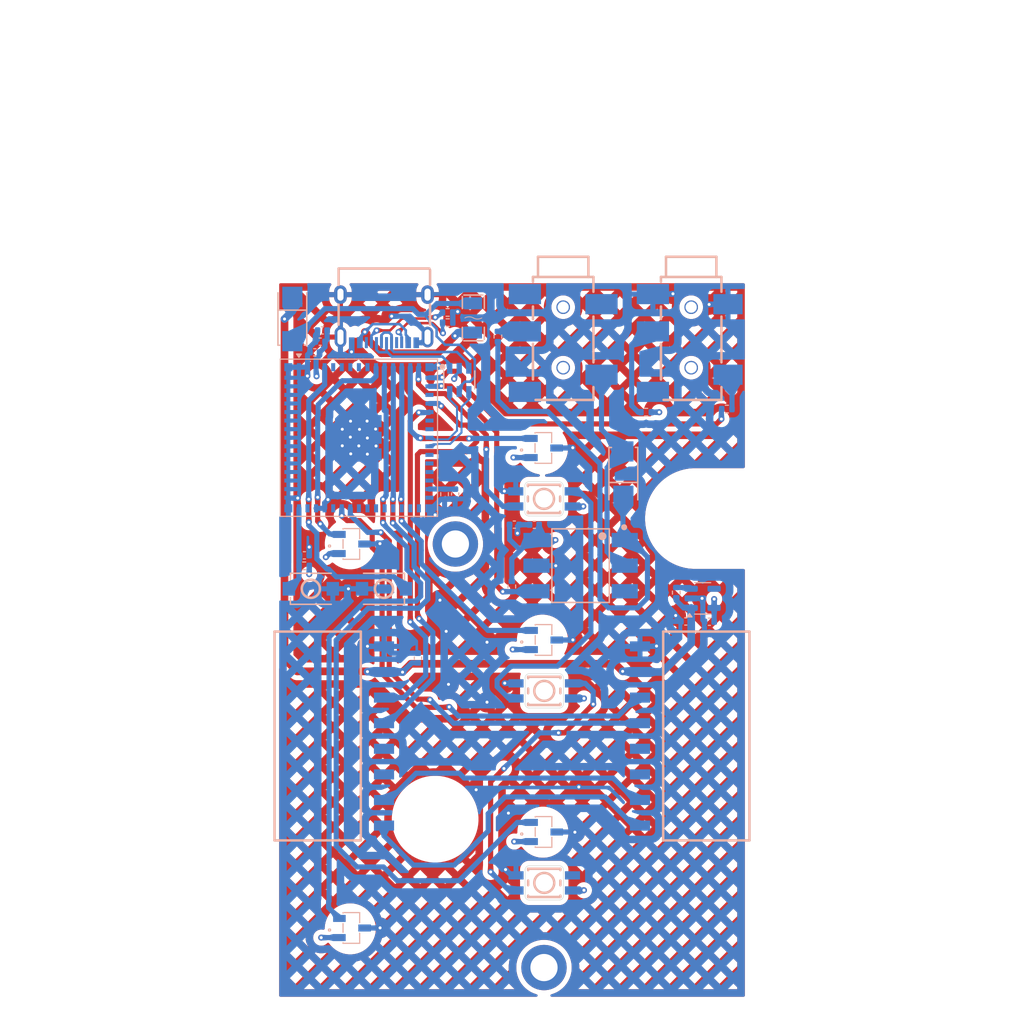
<source format=kicad_pcb>
(kicad_pcb (version 20241229) (generator "pcbnew") (generator_version "9.0")
  (layers (0 "F.Cu" signal "Front") (4 "In1.Cu" power) (6 "In2.Cu" power) (2 "B.Cu" signal "Back") (13 "F.Paste" user) (15 "B.Paste" user) (5 "F.SilkS" user "F.Silkscreen") (7 "B.SilkS" user "B.Silkscreen") (1 "F.Mask" user) (3 "B.Mask" user) (25 "Edge.Cuts" user))
  (net 0 "")
  (net 1 "+3V3")
  (net 2 "GND")
  (net 3 "HEADER_VBUS")
  (net 4 "ESP_RST")
  (net 5 "ESP_DBLTAP")
  (net 6 "Net-(CN1-Pad3)")
  (net 8 "Net-(CN1-Pad4)")
  (net 10 "Net-(D1-A)")
  (net 13 "Net-(CN2-Pad3)")
  (net 14 "Net-(D1-K)")
  (net 15 "DN")
  (net 16 "DN_PRE")
  (net 17 "DP_PRE")
  (net 18 "USB_VBUS")
  (net 19 "DP")
  (net 21 "AUDIO_R_IN")
  (net 22 "TX_1")
  (net 23 "AUDIO_L_IN")
  (net 24 "RX_1")
  (net 26 "TX_0")
  (net 29 "RX_0")
  (net 30 "Net-(LED1-DIN)")
  (net 31 "NEO")
  (net 32 "Net-(USB1-CC1)")
  (net 33 "Net-(U2-EN)")
  (net 34 "Net-(USB1-CC2)")
  (net 35 "ESP_BOOT0")
  (net 62 "MIDI_RX")
  (net 63 "MIDI_TX")
  (net 64 "CH7")
  (net 65 "CH6")
  (net 66 "CH5")
  (net 67 "CH9")
  (net 68 "CH8")
  (net 71 "Net-(LED2-DIN)")
  (net 72 "Net-(F2-Pad2)")
  (footprint "MountingHole:MountingHole_2.7mm_M2.5_ISO7380_Pad_TopBottom" (layer "F.Cu") (at 45.184095 53.975)
    (property "Reference" "REF**" (hide yes))
    (property "Value" "MountingHole_2.7mm_M2.5_ISO7380_Pad_TopBottom" (hide yes))
  )
  (footprint "MountingHole:MountingHole_2.7mm_M2.5_ISO7380_Pad_TopBottom" (layer "F.Cu") (at 53.975 96)
    (property "Reference" "REF**" (hide yes))
    (property "Value" "MountingHole_2.7mm_M2.5_ISO7380_Pad_TopBottom" (hide yes))
  )
  (footprint "easyeda2kicad:SOT-23-3_L2.9-W1.6-P1.90-LS2.8-BR-CW" (layer "B.Cu") (at 53.995 63.5 180)
    (property "Reference" "H4" (hide yes))
    (property "Value" "SLSS49E-3")
  )
  (footprint "easyeda2kicad:SMA_L4.3-W2.6-LS5.2-RD" (layer "B.Cu") (at 29.0068 31.6484 -90)
    (property "Reference" "D3" (hide yes))
    (property "Value" "SS34_C8678")
  )
  (footprint "easyeda2kicad:SOT-23-3_L2.9-W1.6-P1.90-LS2.8-BR-CW" (layer "B.Cu") (at 53.975 44.45 180)
    (property "Reference" "H3" (hide yes))
    (property "Value" "SLSS49E-3")
  )
  (footprint "easyeda2kicad:AUDIO-SMD_PJ-327A5JJ" (layer "B.Cu") (at 55.88 34.03 180)
    (property "Reference" "CN2" (hide yes))
    (property "Value" "MIDI IN")
  )
  (footprint "easyeda2kicad:LED-SMD_L3.2-W2.8-LS5.9_SK6812MINI-E" (layer "B.Cu") (at 54.0004 68.55)
    (property "Reference" "LED2" (hide yes))
    (property "Value" "SK6812MINI-E_C5149201")
    (fp_line (start -1.9 -1.3) (end -1.9 1.3) (stroke (width 0.05)) (layer "Edge.Cuts"))
    (fp_line (start -1.5 1.7) (end 1.5 1.7) (stroke (width 0.05)) (layer "Edge.Cuts"))
    (fp_line (start 1.5 -1.7) (end -1.5 -1.7) (stroke (width 0.05)) (layer "Edge.Cuts"))
    (fp_line (start 1.9 1.3) (end 1.9 -1.3) (stroke (width 0.05)) (layer "Edge.Cuts"))
    (fp_arc (start -1.9 -1.3) (mid -1.782843 -1.582843) (end -1.5 -1.7) (stroke (width 0.05)) (layer "Edge.Cuts"))
    (fp_arc (start -1.5 1.7) (mid -1.782843 1.582843) (end -1.9 1.3) (stroke (width 0.05)) (layer "Edge.Cuts"))
    (fp_arc (start 1.5 -1.7) (mid 1.782843 -1.582843) (end 1.9 -1.3) (stroke (width 0.05)) (layer "Edge.Cuts"))
    (fp_arc (start 1.9 1.3) (mid 1.782843 1.582843) (end 1.5 1.7) (stroke (width 0.05)) (layer "Edge.Cuts"))
  )
  (footprint "easyeda2kicad:SW-SMD_L3.9-W3.0-P4.45" (layer "B.Cu") (at 30.84 58.42)
    (property "Reference" "SW4" (hide yes))
    (property "Value" "RST")
  )
  (footprint "Capacitor_SMD:C_0402_1005Metric" (layer "B.Cu") (at 51.035 52.055 180)
    (property "Reference" "C9" (hide yes))
    (property "Value" "100n")
  )
  (footprint "Capacitor_SMD:C_0402_1005Metric" (layer "B.Cu") (at 68.04 61.66 180)
    (property "Reference" "C11" (hide yes))
    (property "Value" "10u")
  )
  (footprint "Resistor_SMD:R_0402_1005Metric" (layer "B.Cu") (at 30.18 56.14)
    (property "Reference" "R47" (hide yes))
    (property "Value" "5.1k")
  )
  (footprint "easyeda2kicad:SMD-6_L7.3-W6.5-P2.54-LS10.2-BL" (layer "B.Cu") (at 57.6072 56.1233 -90)
    (property "Reference" "U10" (hide yes))
    (property "Value" "H11L1S(TA)")
  )
  (footprint "easyeda2kicad:HDR-SMD_8P-P2.54-H-F-L11.5" (layer "B.Cu") (at 38.1 73.025 90)
    (property "Reference" "J2" (hide yes))
    (property "Value" "Conn_01x08")
  )
  (footprint "Capacitor_SMD:C_0402_1005Metric" (layer "B.Cu") (at 30.2 55.1)
    (property "Reference" "C43" (hide yes))
    (property "Value" "1u")
  )
  (footprint "easyeda2kicad:SW-SMD_L3.9-W3.0-P4.45" (layer "B.Cu") (at 38.1 58.42 180)
    (property "Reference" "SW3" (hide yes))
    (property "Value" "BOOT0")
  )
  (footprint "Capacitor_SMD:C_0402_1005Metric" (layer "B.Cu") (at 53.015 52.065 180)
    (property "Reference" "C10" (hide yes))
    (property "Value" "10u")
  )
  (footprint "easyeda2kicad:AUDIO-SMD_PJ-327A5JJ" (layer "B.Cu") (at 68.58 34.03 180)
    (property "Reference" "CN1" (hide yes))
    (property "Value" "MIDI OUT")
  )
  (footprint "Capacitor_SMD:C_0402_1005Metric" (layer "B.Cu") (at 41.47 65.29 90)
    (property "Reference" "C25" (hide yes))
    (property "Value" "10u")
  )
  (footprint "easyeda2kicad:HDR-SMD_8P-P2.54-H-F-L11.5" (layer "B.Cu") (at 63.5 73.025 -90)
    (property "Reference" "J3" (hide yes))
    (property "Value" "Conn_01x08")
  )
  (footprint "Capacitor_SMD:C_0402_1005Metric" (layer "B.Cu") (at 70.38 61.69 180)
    (property "Reference" "C24" (hide yes))
    (property "Value" "10u")
  )
  (footprint "easyeda2kicad:LED-SMD_L3.2-W2.8-LS5.9_SK6812MINI-E" (layer "B.Cu") (at 54.0004 87.6)
    (property "Reference" "LED1" (hide yes))
    (property "Value" "SK6812MINI-E_C5149201")
    (fp_line (start -1.9 -1.3) (end -1.9 1.3) (stroke (width 0.05)) (layer "Edge.Cuts"))
    (fp_line (start -1.5 1.7) (end 1.5 1.7) (stroke (width 0.05)) (layer "Edge.Cuts"))
    (fp_line (start 1.5 -1.7) (end -1.5 -1.7) (stroke (width 0.05)) (layer "Edge.Cuts"))
    (fp_line (start 1.9 1.3) (end 1.9 -1.3) (stroke (width 0.05)) (layer "Edge.Cuts"))
    (fp_arc (start -1.9 -1.3) (mid -1.782843 -1.582843) (end -1.5 -1.7) (stroke (width 0.05)) (layer "Edge.Cuts"))
    (fp_arc (start -1.5 1.7) (mid -1.782843 1.582843) (end -1.9 1.3) (stroke (width 0.05)) (layer "Edge.Cuts"))
    (fp_arc (start 1.5 -1.7) (mid 1.782843 -1.582843) (end 1.9 -1.3) (stroke (width 0.05)) (layer "Edge.Cuts"))
    (fp_arc (start 1.9 1.3) (mid 1.782843 1.582843) (end 1.5 1.7) (stroke (width 0.05)) (layer "Edge.Cuts"))
  )
  (footprint "Capacitor_SMD:C_0402_1005Metric" (layer "B.Cu") (at 31.98 32.78 180)
    (property "Reference" "C45" (hide yes))
    (property "Value" "10u")
  )
  (footprint "Resistor_SMD:R_0402_1005Metric" (layer "B.Cu") (at 49.4 33.39 90)
    (property "Reference" "R22" (hide yes))
    (property "Value" "470")
  )
  (footprint "Resistor_SMD:R_0402_1005Metric" (layer "B.Cu") (at 44.41 31 180)
    (property "Reference" "R3" (hide yes))
    (property "Value" "5.1k")
  )
  (footprint "Resistor_SMD:R_0402_1005Metric" (layer "B.Cu") (at 44.11 49.03 -90)
    (property "Reference" "R58" (hide yes))
    (property "Value" "1M")
  )
  (footprint "easyeda2kicad:SOT-23-3_L2.9-W1.6-P1.90-LS2.8-BR-CW" (layer "B.Cu") (at 53.995 82.55 180)
    (property "Reference" "H1" (hide yes))
    (property "Value" "SLSS49E-3")
  )
  (footprint "easyeda2kicad:SOT-23-3_L2.9-W1.6-P1.90-LS2.8-BR-CW" (layer "B.Cu") (at 34.925 53.975 180)
    (property "Reference" "H2" (hide yes))
    (property "Value" "SLSS49E-3")
  )
  (footprint "easyeda2kicad:SMA_L4.3-W2.6-LS5.2-RD" (layer "B.Cu") (at 61.849 46.99 90)
    (property "Reference" "D1" (hide yes))
    (property "Value" "SS34_C8678")
  )
  (footprint "Resistor_SMD:R_0402_1005Metric" (layer "B.Cu") (at 44.42 32.01 180)
    (property "Reference" "R5" (hide yes))
    (property "Value" "5.1k")
  )
  (footprint "Resistor_SMD:R_0402_1005Metric" (layer "B.Cu") (at 50.78 58.19 90)
    (property "Reference" "R21" (hide yes))
    (property "Value" "470")
  )
  (footprint "easyeda2kicad:LED-SMD_L3.2-W2.8-LS5.9_SK6812MINI-E" (layer "B.Cu") (at 53.975 49.5)
    (property "Reference" "LED3" (hide yes))
    (property "Value" "SK6812MINI-E_C5149201")
    (fp_line (start -1.9 -1.3) (end -1.9 1.3) (stroke (width 0.05)) (layer "Edge.Cuts"))
    (fp_line (start -1.5 1.7) (end 1.5 1.7) (stroke (width 0.05)) (layer "Edge.Cuts"))
    (fp_line (start 1.5 -1.7) (end -1.5 -1.7) (stroke (width 0.05)) (layer "Edge.Cuts"))
    (fp_line (start 1.9 1.3) (end 1.9 -1.3) (stroke (width 0.05)) (layer "Edge.Cuts"))
    (fp_arc (start -1.9 -1.3) (mid -1.782843 -1.582843) (end -1.5 -1.7) (stroke (width 0.05)) (layer "Edge.Cuts"))
    (fp_arc (start -1.5 1.7) (mid -1.782843 1.582843) (end -1.9 1.3) (stroke (width 0.05)) (layer "Edge.Cuts"))
    (fp_arc (start 1.5 -1.7) (mid 1.782843 -1.582843) (end 1.9 -1.3) (stroke (width 0.05)) (layer "Edge.Cuts"))
    (fp_arc (start 1.9 1.3) (mid 1.782843 1.582843) (end 1.5 1.7) (stroke (width 0.05)) (layer "Edge.Cuts"))
  )
  (footprint "easyeda2kicad:F1206" (layer "B.Cu") (at 46.9646 31.5446 -90)
    (property "Reference" "F2" (hide yes))
    (property "Value" "BSMD1206-200-6V")
  )
  (footprint "Resistor_SMD:R_0402_1005Metric" (layer "B.Cu") (at 72.12 40.59)
    (property "Reference" "R24" (hide yes))
    (property "Value" "10")
  )
  (footprint "Package_TO_SOT_SMD:SOT-23-5" (layer "B.Cu") (at 69.7175 59.37)
    (property "Reference" "U2" (hide yes))
    (property "Value" "AP2112K-3.3")
  )
  (footprint "easyeda2kicad:USB-C-SMD_TYPE-C-6PIN-2MD-073" (layer "B.Cu") (at 38.1 31.6133)
    (property "Reference" "USB1" (hide yes))
    (property "Value" "TYPE-C 16PIN 2MD(073)")
  )
  (footprint "Resistor_SMD:R_0402_1005Metric" (layer "B.Cu") (at 67.1 58.8 -90)
    (property "Reference" "R4" (hide yes))
    (property "Value" "10K")
  )
  (footprint "Capacitor_SMD:C_0402_1005Metric" (layer "B.Cu") (at 31.23 34.96 180)
    (property "Reference" "C44" (hide yes))
    (property "Value" "10u")
  )
  (footprint "RF_Module:ESP32-S2-MINI-1U" (layer "B.Cu") (at 35.6098 43.433 -90)
    (property "Reference" "U1" (hide yes))
    (property "Value" "ESP32-S3-MINI-1U")
  )
  (footprint "easyeda2kicad:SOT-23-6_L2.9-W1.6-P0.95-LS2.8-BL" (layer "B.Cu") (at 45.5673 37.6936)
    (property "Reference" "D2" (hide yes))
    (property "Value" "USBLC6-2SC6")
  )
  (footprint "Resistor_SMD:R_0402_1005Metric" (layer "B.Cu") (at 64.11 40.9 180)
    (property "Reference" "R23" (hide yes))
    (property "Value" "33")
  )
  (footprint "Capacitor_SMD:C_0402_1005Metric" (layer "B.Cu") (at 45.16 49.01 -90)
    (property "Reference" "C47" (hide yes))
    (property "Value" "1u")
  )
  (footprint "easyeda2kicad:SOT-23-3_L2.9-W1.6-P1.90-LS2.8-BR-CW" (layer "B.Cu") (at 34.925 92.075 180)
    (property "Reference" "H0" (hide yes))
    (property "Value" "SLSS49E-3")
  )
  (footprint "Capacitor_SMD:C_0402_1005Metric" (layer "B.Cu") (at 31.77 33.9 180)
    (property "Reference" "C46" (hide yes))
    (property "Value" "1u")
  )
  (gr_line (start 74.4 27.6) (end 74.4 46.95) (stroke (width 0.0002)) (layer "Edge.Cuts"))
  (gr_arc (start 69 55.95) (mid 64.5 51.45) (end 69 46.95) (stroke (width 0.0002)) (layer "Edge.Cuts"))
  (gr_line (start 69 55.95) (end 74.4 55.95) (stroke (width 0.0002)) (layer "Edge.Cuts"))
  (gr_line (start 74.4 55.95) (end 74.4 99.4) (stroke (width 0.0002)) (layer "Edge.Cuts"))
  (gr_line (start 27.2 99.4) (end 74.4 99.4) (stroke (width 0.0002)) (layer "Edge.Cuts"))
  (gr_line (start 69 46.95) (end 74.4 46.95) (stroke (width 0.0002)) (layer "Edge.Cuts"))
  (gr_circle (center 43.175 81.275) (end 46.975 81.275) (stroke (width 0.0002)) (fill no) (layer "Edge.Cuts"))
  (gr_line (start 27.2 27.6) (end 74.4 27.6) (stroke (width 0.0002)) (layer "Edge.Cuts"))
  (gr_line (start 27.2 27.6) (end 27.2 99.4) (stroke (width 0.0002)) (layer "Edge.Cuts"))
  (via (at 55.11 53.58) (size 0.6) (drill 0.3) (layers "F.Cu" "B.Cu") (net 1))
  (via (at 31.87 93.03) (size 0.6) (drill 0.3) (layers "F.Cu" "B.Cu") (net 1))
  (via (at 65.41 40.9) (size 0.6) (drill 0.3) (layers "F.Cu" "B.Cu") (net 1))
  (via (at 31.41 37.33) (size 0.6) (drill 0.3) (layers "F.Cu" "B.Cu") (net 1))
  (via (at 30.68 56.97) (size 0.6) (drill 0.3) (layers "F.Cu" "B.Cu") (net 1))
  (via (at 57.94 69.3) (size 0.6) (drill 0.3) (layers "F.Cu" "B.Cu") (net 1))
  (via (at 57.94 88.33) (size 0.6) (drill 0.3) (layers "F.Cu" "B.Cu") (net 1))
  (via (at 50.94 45.39) (size 0.6) (drill 0.3) (layers "F.Cu" "B.Cu") (net 1))
  (via (at 70.86 59.44) (size 0.6) (drill 0.3) (layers "F.Cu" "B.Cu") (net 1))
  (via (at 57.87 50.24) (size 0.6) (drill 0.3) (layers "F.Cu" "B.Cu") (net 1))
  (via (at 50.87 64.44) (size 0.6) (drill 0.3) (layers "F.Cu" "B.Cu") (net 1))
  (via (at 32.33 55.28) (size 0.6) (drill 0.3) (layers "F.Cu" "B.Cu") (net 1))
  (via (at 51.02 83.5) (size 0.6) (drill 0.3) (layers "F.Cu" "B.Cu") (net 1))
  (segment (start 70.855 59.445) (end 70.86 59.44) (width 0.508) (layer "B.Cu") (net 1))
  (segment (start 52.725 45.4) (end 50.95 45.4) (width 0.508) (layer "B.Cu") (net 1))
  (segment (start 32.46 33.69) (end 32.25 33.9) (width 0.508) (layer "B.Cu") (net 1))
  (segment (start 53.495 53.3155) (end 53.2272 53.5833) (width 0.508) (layer "B.Cu") (net 1))
  (segment (start 64.62 40.9) (end 65.41 40.9) (width 0.508) (layer "B.Cu") (net 1))
  (segment (start 50.555 52.055) (end 50.555 53.525) (width 0.508) (layer "B.Cu") (net 1))
  (segment (start 33.675 93.025) (end 31.875 93.025) (width 0.508) (layer "B.Cu") (net 1))
  (segment (start 32.25 33.9) (end 32.25 34.42) (width 0.508) (layer "B.Cu") (net 1))
  (segment (start 56.775 50.25) (end 57.86 50.25) (width 0.508) (layer "B.Cu") (net 1))
  (segment (start 70.86 61.69) (end 70.86 60.325) (width 0.508) (layer "B.Cu") (net 1))
  (segment (start 55.1067 53.5833) (end 55.11 53.58) (width 0.508) (layer "B.Cu") (net 1))
  (segment (start 50.78 55.4405) (end 51.62525 54.59525) (width 0.508) (layer "B.Cu") (net 1))
  (segment (start 32.33 55.28) (end 32.685 54.925) (width 0.508) (layer "B.Cu") (net 1))
  (segment (start 31.72 34.95) (end 31.72 35.259999) (width 0.508) (layer "B.Cu") (net 1))
  (segment (start 31.3598 37.2798) (end 31.41 37.33) (width 0.508) (layer "B.Cu") (net 1))
  (segment (start 52.745 83.5) (end 51.02 83.5) (width 0.508) (layer "B.Cu") (net 1))
  (segment (start 53.2272 53.5833) (end 55.1067 53.5833) (width 0.508) (layer "B.Cu") (net 1))
  (segment (start 57.86 50.25) (end 57.87 50.24) (width 0.508) (layer "B.Cu") (net 1))
  (segment (start 52.745 64.45) (end 50.88 64.45) (width 0.508) (layer "B.Cu") (net 1))
  (segment (start 56.8004 69.3) (end 57.94 69.3) (width 0.508) (layer "B.Cu") (net 1))
  (segment (start 50.88 64.45) (end 50.87 64.44) (width 0.508) (layer "B.Cu") (net 1))
  (segment (start 57.92 88.35) (end 57.94 88.33) (width 0.508) (layer "B.Cu") (net 1))
  (segment (start 50.78 57.68) (end 50.78 55.4405) (width 0.508) (layer "B.Cu") (net 1))
  (segment (start 53.495 52.065) (end 53.495 53.3155) (width 0.508) (layer "B.Cu") (net 1))
  (segment (start 30.68 56.15) (end 30.69 56.14) (width 0.508) (layer "B.Cu") (net 1))
  (segment (start 56.8004 88.35) (end 57.92 88.35) (width 0.508) (layer "B.Cu") (net 1))
  (segment (start 52.6372 53.5833) (end 53.2272 53.5833) (width 0.508) (layer "B.Cu") (net 1))
  (segment (start 32.25 34.42) (end 31.71 34.96) (width 0.508) (layer "B.Cu") (net 1))
  (segment (start 31.3598 35.620199) (end 31.3598 36.433) (width 0.508) (layer "B.Cu") (net 1))
  (segment (start 31.875 93.025) (end 31.87 93.03) (width 0.508) (layer "B.Cu") (net 1))
  (segment (start 50.555 53.525) (end 51.62525 54.59525) (width 0.508) (layer "B.Cu") (net 1))
  (segment (start 70.855 60.32) (end 70.855 59.445) (width 0.508) (layer "B.Cu") (net 1))
  (segment (start 31.3598 36.433) (end 31.3598 37.2798) (width 0.508) (layer "B.Cu") (net 1))
  (segment (start 50.95 45.4) (end 50.94 45.39) (width 0.508) (layer "B.Cu") (net 1))
  (segment (start 51.62525 54.59525) (end 52.6372 53.5833) (width 0.508) (layer "B.Cu") (net 1))
  (segment (start 70.86 60.325) (end 70.855 60.32) (width 0.508) (layer "B.Cu") (net 1))
  (segment (start 32.46 32.78) (end 32.46 33.69) (width 0.508) (layer "B.Cu") (net 1))
  (segment (start 30.68 56.97) (end 30.68 56.15) (width 0.508) (layer "B.Cu") (net 1))
  (segment (start 32.685 54.925) (end 33.675 54.925) (width 0.508) (layer "B.Cu") (net 1))
  (segment (start 31.72 35.259999) (end 31.3598 35.620199) (width 0.508) (layer "B.Cu") (net 1))
  (via (at 45.0596 37.592) (size 0.6) (drill 0.3) (layers "F.Cu" "B.Cu") (net 2))
  (via (at 34.88 34.91) (size 0.6) (drill 0.3) (layers "F.Cu" "B.Cu") (net 2))
  (via (at 36.45 45.06) (size 0.6) (drill 0.3) (layers "F.Cu" "B.Cu") (net 2))
  (via (at 37.27 42.57) (size 0.6) (drill 0.3) (layers "F.Cu" "B.Cu") (net 2))
  (via (at 56.83 44.42) (size 0.6) (drill 0.3) (layers "F.Cu" "B.Cu") (net 2))
  (via (at 50.4444 80.677594) (size 0.6) (drill 0.3) (layers "F.Cu" "B.Cu") (net 2))
  (via (at 50.16 86.28) (size 0.6) (drill 0.3) (layers "F.Cu" "B.Cu") (net 2))
  (via (at 66.77 29.15) (size 0.6) (drill 0.3) (layers "F.Cu" "B.Cu") (net 2))
  (via (at 34.78 41.79) (size 0.6) (drill 0.3) (layers "F.Cu" "B.Cu") (net 2))
  (via (at 47.244 78.359) (size 0.6) (drill 0.3) (layers "F.Cu" "B.Cu") (net 2))
  (via (at 34.57 58.42) (size 0.6) (drill 0.3) (layers "F.Cu" "B.Cu") (net 2))
  (via (at 44.5 67.9) (size 0.6) (drill 0.3) (layers "F.Cu" "B.Cu") (net 2))
  (via (at 35.67 42.6) (size 0.6) (drill 0.3) (layers "F.Cu" "B.Cu") (net 2))
  (via (at 65.14 64.1) (size 0.6) (drill 0.3) (layers "F.Cu" "B.Cu") (net 2))
  (via (at 56.84 63.49) (size 0.6) (drill 0.3) (layers "F.Cu" "B.Cu") (net 2))
  (via (at 35.6 44.24) (size 0.6) (drill 0.3) (layers "F.Cu" "B.Cu") (net 2))
  (via (at 32.54 49.57) (size 0.6) (drill 0.3) (layers "F.Cu" "B.Cu") (net 2))
  (via (at 38.86 31.374) (size 0.6) (drill 0.3) (layers "F.Cu" "B.Cu") (net 2))
  (via (at 36.45 43.46) (size 0.6) (drill 0.3) (layers "F.Cu" "B.Cu") (net 2))
  (via (at 36.46 64.12) (size 0.6) (drill 0.3) (layers "F.Cu" "B.Cu") (net 2))
  (via (at 44.27 62.64) (size 0.6) (drill 0.3) (layers "F.Cu" "B.Cu") (net 2))
  (via (at 67.04 61.07) (size 0.6) (drill 0.3) (layers "F.Cu" "B.Cu") (net 2))
  (via (at 45.41 30.92) (size 0.6) (drill 0.3) (layers "F.Cu" "B.Cu") (net 2))
  (via (at 50.08 67.78) (size 0.6) (drill 0.3) (layers "F.Cu" "B.Cu") (net 2))
  (via (at 37.7 53.94) (size 0.6) (drill 0.3) (layers "F.Cu" "B.Cu") (net 2))
  (via (at 43.17 51.08) (size 0.6) (drill 0.3) (layers "F.Cu" "B.Cu") (net 2))
  (via (at 30.5 37.3) (size 0.6) (drill 0.3) (layers "F.Cu" "B.Cu") (net 2))
  (via (at 50.04 48.73) (size 0.6) (drill 0.3) (layers "F.Cu" "B.Cu") (net 2))
  (via (at 34.76 43.37) (size 0.6) (drill 0.3) (layers "F.Cu" "B.Cu") (net 2))
  (via (at 33.96 42.59) (size 0.6) (drill 0.3) (layers "F.Cu" "B.Cu") (net 2))
  (via (at 57.4294 78.0796) (size 0.6) (drill 0.3) (layers "F.Cu" "B.Cu") (net 2))
  (via (at 57.04 82.57) (size 0.6) (drill 0.3) (layers "F.Cu" "B.Cu") (net 2))
  (via (at 43.65 59.55) (size 0.6) (drill 0.3) (layers "F.Cu" "B.Cu") (net 2))
  (via (at 33.96 44.23) (size 0.6) (drill 0.3) (layers "F.Cu" "B.Cu") (net 2))
  (via (at 37.31 44.25) (size 0.6) (drill 0.3) (layers "F.Cu" "B.Cu") (net 2))
  (via (at 70.36 30.21) (size 0.6) (drill 0.3) (layers "F.Cu" "B.Cu") (net 2))
  (via (at 69.66 59.37) (size 0.6) (drill 0.3) (layers "F.Cu" "B.Cu") (net 2))
  (via (at 55.14 56.13) (size 0.6) (drill 0.3) (layers "F.Cu" "B.Cu") (net 2))
  (via (at 48.32 69.67) (size 0.6) (drill 0.3) (layers "F.Cu" "B.Cu") (net 2))
  (via (at 43.49 36.24) (size 0.6) (drill 0.3) (layers "F.Cu" "B.Cu") (net 2))
  (via (at 51.34 52.91) (size 0.6) (drill 0.3) (layers "F.Cu" "B.Cu") (net 2))
  (via (at 37.71 92.06) (size 0.6) (drill 0.3) (layers "F.Cu" "B.Cu") (net 2))
  (via (at 34.8 45.03) (size 0.6) (drill 0.3) (layers "F.Cu" "B.Cu") (net 2))
  (via (at 29.54 49.42) (size 0.6) (drill 0.3) (layers "F.Cu" "B.Cu") (net 2))
  (via (at 30.68 54.28) (size 0.6) (drill 0.3) (layers "F.Cu" "B.Cu") (net 2))
  (via (at 36.42 41.78) (size 0.6) (drill 0.3) (layers "F.Cu" "B.Cu") (net 2))
  (via (at 48.32 63.72) (size 0.6) (drill 0.3) (layers "F.Cu" "B.Cu") (net 2))
  (segment (start 32.2098 49.9002) (end 32.54 49.57) (width 0.508) (layer "B.Cu") (net 2))
  (segment (start 51.515 52.055) (end 51.34 52.23) (width 0.508) (layer "B.Cu") (net 2))
  (segment (start 56.8 44.45) (end 56.83 44.42) (width 0.508) (layer "B.Cu") (net 2))
  (segment (start 41.47 64.81) (end 38.775 64.81) (width 0.508) (layer "B.Cu") (net 2))
  (segment (start 42.42 33.134147) (end 40.659853 31.374) (width 0.508) (layer "B.Cu") (net 2))
  (segment (start 50.73 86.85) (end 51.2004 86.85) (width 0.508) (layer "B.Cu") (net 2))
  (segment (start 44.63 49.49) (end 44.16 49.49) (width 0.508) (layer "B.Cu") (net 2))
  (segment (start 53.2272 56.1233) (end 55.1333 56.1233) (width 0.508) (layer "B.Cu") (net 2))
  (segment (start 30.76 34.95) (end 30.5098 35.2002) (width 0.508) (layer "B.Cu") (net 2))
  (segment (start 28.7148 49.42) (end 29.54 49.42) (width 0.508) (layer "B.Cu") (net 2))
  (segment (start 35.92 58.42) (end 33.02 58.42) (width 0.508) (layer "B.Cu") (net 2))
  (segment (start 68.58 59.37) (end 69.66 59.37) (width 0.508) (layer "B.Cu") (net 2))
  (segment (start 42.6098 50.433) (end 42.6098 50.5198) (width 0.508) (layer "B.Cu") (net 2))
  (segment (start 50.16 86.28) (end 50.73 86.85) (width 0.508) (layer "B.Cu") (net 2))
  (segment (start 38.1 64.135) (end 36.475 64.135) (width 0.508) (layer "B.Cu") (net 2))
  (segment (start 55.245 82.55) (end 57.02 82.55) (width 0.508) (layer "B.Cu") (net 2))
  (segment (start 36.175 53.975) (end 37.665 53.975) (width 0.508) (layer "B.Cu") (net 2))
  (segment (start 66.74 29.18) (end 66.77 29.15) (width 0.508) (layer "B.Cu") (net 2))
  (segment (start 42.42 33.4433) (end 42.42 33.134147) (width 0.508) (layer "B.Cu") (net 2))
  (segment (start 52.535 52.065) (end 51.525 52.065) (width 0.508) (layer "B.Cu") (net 2))
  (segment (start 31.5 32.78) (end 31.5 33.69) (width 0.508) (layer "B.Cu") (net 2))
  (segment (start 42.6098 50.5198) (end 43.17 51.08) (width 0.508) (layer "B.Cu") (net 2))
  (segment (start 45.0596 37.3634) (end 45.5673 36.8557) (width 0.254) (layer "B.Cu") (net 2))
  (segment (start 55.225 44.45) (end 56.8 44.45) (width 0.508) (layer "B.Cu") (net 2))
  (segment (start 67.56 61.66) (end 67.56 61.59) (width 0.508) (layer "B.Cu") (net 2))
  (segment (start 45.5673 36.8557) (end 45.5673 36.5436) (width 0.254) (layer "B.Cu") (net 2))
  (segment (start 70.39 30.18) (end 70.36 30.21) (width 0.508) (layer "B.Cu") (net 2))
  (segment (start 69.9 61.69) (end 69.7375 61.5275) (width 0.508) (layer "B.Cu") (net 2))
  (segment (start 28.6098 36.433) (end 29.6598 36.433) (width 0.508) (layer "B.Cu") (net 2))
  (segment (start 43.738 49.54) (end 42.845 50.433) (width 0.508) (layer "B.Cu") (net 2))
  (segment (start 63.5 64.135) (end 65.105 64.135) (width 0.508) (layer "B.Cu") (net 2))
  (segment (start 51.175 48.75) (end 50.06 48.75) (width 0.508) (layer "B.Cu") (net 2))
  (segment (start 56.83 63.5) (end 56.84 63.49) (width 0.508) (layer "B.Cu") (net 2))
  (segment (start 32.2098 50.433) (end 32.2098 49.9002) (width 0.508) (layer "B.Cu") (net 2))
  (segment (start 34.8975 34.0083) (end 34.8975 34.8925) (width 0.508) (layer "B.Cu") (net 2))
  (segment (start 42.6098 36.433) (end 43.297 36.433) (width 0.508) (layer "B.Cu") (net 2))
  (segment (start 51.34 52.23) (end 51.34 52.91) (width 0.508) (layer "B.Cu") (net 2))
  (segment (start 30.75 34.44) (end 30.75 34.96) (width 0.508) (layer "B.Cu") (net 2))
  (segment (start 44.16 49.49) (end 44.11 49.54) (width 0.508) (layer "B.Cu") (net 2))
  (segment (start 44.11 49.54) (end 43.738 49.54) (width 0.508) (layer "B.Cu") (net 2))
  (segment (start 65.105 64.135) (end 65.14 64.1) (width 0.508) (layer "B.Cu") (net 2))
  (segment (start 51.2004 67.8) (end 50.1 67.8) (width 0.508) (layer "B.Cu") (net 2))
  (segment (start 30.5098 35.2002) (end 30.5098 36.433) (width 0.508) (layer "B.Cu") (net 2))
  (segment (start 64.78 29.18) (end 66.74 29.18) (width 0.508) (layer "B.Cu") (net 2))
  (segment (start 41.47 64.78) (end 41.43 64.74) (width 0.508) (layer "B.Cu") (net 2))
  (segment (start 50.06 48.75) (end 50.04 48.73) (width 0.508) (layer "B.Cu") (net 2))
  (segment (start 36.175 92.075) (end 37.695 92.075) (width 0.508) (layer "B.Cu") (net 2))
  (segment (start 69.7375 61.5275) (end 69.7375 59.4475) (width 0.508) (layer "B.Cu") (net 2))
  (segment (start 41.855 34.0083) (end 42.42 33.4433) (width 0.508) (layer "B.Cu") (net 2))
  (segment (start 30.68 54.28) (end 30.68 55.1) (width 0.508) (layer "B.Cu") (net 2))
  (segment (start 36.475 64.135) (end 36.46 64.12) (width 0.508) (layer "B.Cu") (net 2))
  (segment (start 57.02 82.55) (end 57.04 82.57) (width 0.508) (layer "B.Cu") (net 2))
  (segment (start 30.5098 36.433) (end 30.5098 37.2902) (width 0.508) (layer "B.Cu") (net 2))
  (segment (start 28.6098 50.433) (end 28.6098 49.525) (width 0.508) (layer "B.Cu") (net 2))
  (segment (start 40.659853 31.374) (end 38.86 31.374) (width 0.508) (layer "B.Cu") (net 2))
  (segment (start 34.8975 34.8925) (end 34.88 34.91) (width 0.508) (layer "B.Cu") (net 2))
  (segment (start 28.6098 49.525) (end 28.7148 49.42) (width 0.508) (layer "B.Cu") (net 2))
  (segment (start 38.775 64.81) (end 38.1 64.135) (width 0.508) (layer "B.Cu") (net 2))
  (segment (start 44.93 31.01) (end 44.92 31) (width 0.508) (layer "B.Cu") (net 2))
  (segment (start 37.695 92.075) (end 37.71 92.06) (width 0.508) (layer "B.Cu") (net 2))
  (segment (start 50.1 67.8) (end 50.08 67.78) (width 0.508) (layer "B.Cu") (net 2))
  (segment (start 51.525 52.065) (end 51.515 52.055) (width 0.508) (layer "B.Cu") (net 2))
  (segment (start 69.7375 59.4475) (end 69.66 59.37) (width 0.508) (layer "B.Cu") (net 2))
  (segment (start 29.6598 36.433) (end 30.5098 36.433) (width 0.508) (layer "B.Cu") (net 2))
  (segment (start 44.93 32.01) (end 44.93 31.01) (width 0.508) (layer "B.Cu") (net 2))
  (segment (start 41.3 34.0083) (end 41.855 34.0083) (width 0.508) (layer "B.Cu") (net 2))
  (segment (start 45.16 49.49) (end 44.63 49.49) (width 0.508) (layer "B.Cu") (net 2))
  (segment (start 45.41 30.92) (end 44.93 30.92) (width 0.254) (layer "B.Cu") (net 2))
  (segment (start 31.5 33.69) (end 31.29 33.9) (width 0.508) (layer "B.Cu") (net 2))
  (segment (start 72.38 30.18) (end 70.39 30.18) (width 0.508) (layer "B.Cu") (net 2))
  (segment (start 55.1333 56.1233) (end 55.14 56.13) (width 0.508) (layer "B.Cu") (net 2))
  (segment (start 67.56 61.59) (end 67.04 61.07) (width 0.508) (layer "B.Cu") (net 2))
  (segment (start 42.845 50.433) (end 42.6098 50.433) (width 0.508) (layer "B.Cu") (net 2))
  (segment (start 37.665 53.975) (end 37.7 53.94) (width 0.508) (layer "B.Cu") (net 2))
  (segment (start 30.5098 37.2902) (end 30.5 37.3) (width 0.508) (layer "B.Cu") (net 2))
  (segment (start 41.47 64.78) (end 41.47 64.81) (width 0.508) (layer "B.Cu") (net 2))
  (segment (start 31.29 33.9) (end 30.75 34.44) (width 0.508) (layer "B.Cu") (net 2))
  (segment (start 43.297 36.433) (end 43.49 36.24) (width 0.508) (layer "B.Cu") (net 2))
  (segment (start 32.2098 50.433) (end 31.3598 50.433) (width 0.508) (layer "B.Cu") (net 2))
  (segment (start 45.0596 37.592) (end 45.0596 37.3634) (width 0.254) (layer "B.Cu") (net 2))
  (segment (start 55.245 63.5) (end 56.83 63.5) (width 0.508) (layer "B.Cu") (net 2))
  (segment (start 36.43 66.61) (end 36.46 66.64) (width 0.762) (layer "F.Cu") (net 3))
  (segment (start 40.77 65.86) (end 58.68 65.86) (width 0.762) (layer "F.Cu") (net 3))
  (segment (start 29.48 66.61) (end 36.43 66.61) (width 0.762) (layer "F.Cu") (net 3))
  (segment (start 61.03 65.86) (end 61.78 66.61) (width 0.762) (layer "F.Cu") (net 3))
  (segment (start 39.94 66.69) (end 40.77 65.86) (width 0.762) (layer "F.Cu") (net 3))
  (segment (start 28.23 31.65) (end 28.23 65.36) (width 0.762) (layer "F.Cu") (net 3))
  (segment (start 28.23 65.36) (end 29.48 66.61) (width 0.762) (layer "F.Cu") (net 3))
  (segment (start 58.68 65.86) (end 61.03 65.86) (width 0.762) (layer "F.Cu") (net 3))
  (via (at 61.78 66.61) (size 0.6) (drill 0.3) (layers "F.Cu" "B.Cu") (net 3))
  (via (at 39.94 66.69) (size 0.6) (drill 0.3) (layers "F.Cu" "B.Cu") (net 3))
  (via (at 36.46 66.64) (size 0.6) (drill 0.3) (layers "F.Cu" "B.Cu") (net 3))
  (via (at 28.23 31.65) (size 0.6) (drill 0.3) (layers "F.Cu" "B.Cu") (net 3))
  (segment (start 29.0068 30.8732) (end 28.23 31.65) (width 0.762) (layer "B.Cu") (net 3))
  (segment (start 67.1 59.31) (end 67.1 59.579999) (width 0.508) (layer "B.Cu") (net 3))
  (segment (start 40.86 65.77) (end 39.94 66.69) (width 0.508) (layer "B.Cu") (net 3))
  (segment (start 68.58 63.79) (end 68.58 60.32) (width 0.762) (layer "B.Cu") (net 3))
  (segment (start 41.47 65.77) (end 40.86 65.77) (width 0.508) (layer "B.Cu") (net 3))
  (segment (start 39.925 66.675) (end 39.94 66.69) (width 0.762) (layer "B.Cu") (net 3))
  (segment (start 67.1 59.579999) (end 67.840001 60.32) (width 0.508) (layer "B.Cu") (net 3))
  (segment (start 38.1 66.675) (end 39.925 66.675) (width 0.762) (layer "B.Cu") (net 3))
  (segment (start 65.695 66.675) (end 68.58 63.79) (width 0.762) (layer "B.Cu") (net 3))
  (segment (start 63.435 66.61) (end 63.5 66.675) (width 0.762) (layer "B.Cu") (net 3))
  (segment (start 61.78 66.61) (end 63.435 66.61) (width 0.762) (layer "B.Cu") (net 3))
  (segment (start 63.5 66.675) (end 65.695 66.675) (width 0.762) (layer "B.Cu") (net 3))
  (segment (start 38.065 66.64) (end 38.1 66.675) (width 0.762) (layer "B.Cu") (net 3))
  (segment (start 68.58 61.6) (end 68.52 61.66) (width 0.508) (layer "B.Cu") (net 3))
  (segment (start 68.58 60.32) (end 68.58 61.6) (width 0.508) (layer "B.Cu") (net 3))
  (segment (start 36.46 66.64) (end 38.065 66.64) (width 0.762) (layer "B.Cu") (net 3))
  (segment (start 29.0068 29.4484) (end 29.0068 30.8732) (width 0.762) (layer "B.Cu") (net 3))
  (segment (start 67.840001 60.32) (end 68.58 60.32) (width 0.508) (layer "B.Cu") (net 3))
  (segment (start 29.6598 57.02) (end 29.6598 55.64) (width 0.508) (layer "B.Cu") (net 4))
  (segment (start 29.6598 55.64) (end 29.6598 50.433) (width 0.508) (layer "B.Cu") (net 4))
  (segment (start 29.72 55.5798) (end 29.72 55.1) (width 0.508) (layer "B.Cu") (net 4))
  (segment (start 29.6598 57.02) (end 29.67 57.0098) (width 0.508) (layer "B.Cu") (net 4))
  (segment (start 28.66 58.42) (end 29.6598 57.4202) (width 0.508) (layer "B.Cu") (net 4))
  (segment (start 29.6598 57.4202) (end 29.6598 57.02) (width 0.508) (layer "B.Cu") (net 4))
  (segment (start 29.67 57.0098) (end 29.67 56.14) (width 0.508) (layer "B.Cu") (net 4))
  (segment (start 29.6598 55.64) (end 29.72 55.5798) (width 0.508) (layer "B.Cu") (net 4))
  (segment (start 44.11 48.52) (end 42.6228 48.52) (width 0.508) (layer "B.Cu") (net 5))
  (segment (start 45.16 48.53) (end 44.12 48.53) (width 0.508) (layer "B.Cu") (net 5))
  (segment (start 42.6228 48.52) (end 42.6098 48.533) (width 0.508) (layer "B.Cu") (net 5))
  (segment (start 44.12 48.53) (end 44.11 48.52) (width 0.508) (layer "B.Cu") (net 5))
  (segment (start 63.330001 40.9) (end 63.6 40.9) (width 0.508) (layer "B.Cu") (net 6))
  (segment (start 63.99 32.88) (end 62.672 34.198) (width 0.508) (layer "B.Cu") (net 6))
  (segment (start 62.672 34.198) (end 62.672 40.241999) (width 0.508) (layer "B.Cu") (net 6))
  (segment (start 64.78 32.88) (end 63.99 32.88) (width 0.508) (layer "B.Cu") (net 6))
  (segment (start 62.672 40.241999) (end 63.330001 40.9) (width 0.508) (layer "B.Cu") (net 6))
  (segment (start 72.63 40.59) (end 72.63 37.43) (width 0.508) (layer "B.Cu") (net 8))
  (segment (start 72.63 37.43) (end 72.38 37.18) (width 0.508) (layer "B.Cu") (net 8))
  (segment (start 59.68 42.621) (end 61.849 44.79) (width 0.508) (layer "B.Cu") (net 10))
  (segment (start 60.2322 46.4068) (end 60.2322 54.7483) (width 0.508) (layer "B.Cu") (net 10))
  (segment (start 59.68 37.18) (end 59.68 42.621) (width 0.508) (layer "B.Cu") (net 10))
  (segment (start 61.6072 56.1233) (end 61.9872 56.1233) (width 0.508) (layer "B.Cu") (net 10))
  (segment (start 60.2322 54.7483) (end 61.6072 56.1233) (width 0.508) (layer "B.Cu") (net 10))
  (segment (start 61.849 44.79) (end 60.2322 46.4068) (width 0.508) (layer "B.Cu") (net 10))
  (segment (start 49.4 32.88) (end 52.08 32.88) (width 0.508) (layer "B.Cu") (net 13))
  (segment (start 59.53 59.46) (end 60.38 60.31) (width 0.508) (layer "B.Cu") (net 14))
  (segment (start 61.849 49.19) (end 61.78 49.19) (width 0.508) (layer "B.Cu") (net 14))
  (segment (start 60.38 60.31) (end 63.2605 60.31) (width 0.508) (layer "B.Cu") (net 14))
  (segment (start 59.5232 55.0532) (end 59.53 55.06) (width 0.508) (layer "B.Cu") (net 14))
  (segment (start 61.2133 53.5833) (end 61.9872 53.5833) (width 0.508) (layer "B.Cu") (net 14))
  (segment (start 62.5772 53.5833) (end 61.9872 53.5833) (width 0.508) (layer "B.Cu") (net 14))
  (segment (start 61.81 49.22) (end 61.81 52.9866) (width 0.508) (layer "B.Cu") (net 14))
  (segment (start 64.24 59.3305) (end 64.24 55.2461) (width 0.508) (layer "B.Cu") (net 14))
  (segment (start 61.81 52.9866) (end 61.2133 53.5833) (width 0.508) (layer "B.Cu") (net 14))
  (segment (start 50.51 40.82) (end 54.34 40.82) (width 0.508) (layer "B.Cu") (net 14))
  (segment (start 64.24 55.2461) (end 62.5772 53.5833) (width 0.508) (layer "B.Cu") (net 14))
  (segment (start 61.78 49.19) (end 61.81 49.22) (width 0.508) (layer "B.Cu") (net 14))
  (segment (start 59.53 55.06) (end 59.53 59.46) (width 0.508) (layer "B.Cu") (net 14))
  (segment (start 63.2605 60.31) (end 64.24 59.3305) (width 0.508) (layer "B.Cu") (net 14))
  (segment (start 59.5232 46.0032) (end 59.5232 55.0532) (width 0.508) (layer "B.Cu") (net 14))
  (segment (start 49.4 33.9) (end 49.4 39.71) (width 0.508) (layer "B.Cu") (net 14))
  (segment (start 49.4 39.71) (end 50.51 40.82) (width 0.508) (layer "B.Cu") (net 14))
  (segment (start 54.34 40.82) (end 59.5232 46.0032) (width 0.508) (layer "B.Cu") (net 14))
  (segment (start 43.250664 43.633) (end 43.0098 43.633) (width 0.2) (layer "B.Cu") (net 15))
  (segment (start 44.6173 38.8436) (end 44.6173 39.646101) (width 0.2) (layer "B.Cu") (net 15))
  (segment (start 44.6173 39.646101) (end 45.3423 40.371101) (width 0.2) (layer "B.Cu") (net 15))
  (segment (start 43.290029 43.593635) (end 43.250664 43.633) (width 0.2) (layer "B.Cu") (net 15))
  (segment (start 45.3423 42.731502) (end 44.480167 43.593635) (width 0.2) (layer "B.Cu") (net 15))
  (segment (start 42.8098 43.433) (end 42.6098 43.433) (width 0.2) (layer "B.Cu") (net 15))
  (segment (start 43.0098 43.633) (end 42.8098 43.433) (width 0.2) (layer "B.Cu") (net 15))
  (segment (start 44.480167 43.593635) (end 43.290029 43.593635) (width 0.2) (layer "B.Cu") (net 15))
  (segment (start 45.3423 40.371101) (end 45.3423 42.731502) (width 0.2) (layer "B.Cu") (net 15))
  (segment (start 43.889 35.38) (end 38.8807 35.38) (width 0.254) (layer "B.Cu") (net 16))
  (segment (start 38.45335 34.95265) (end 38.35 34.8493) (width 0.254) (layer "B.Cu") (net 16))
  (segment (start 37.59425 34.95265) (end 38.45335 34.95265) (width 0.254) (layer "B.Cu") (net 16))
  (segment (start 38.35 34.8493) (end 38.35 33.9933) (width 0.254) (layer "B.Cu") (net 16))
  (segment (start 37.35 33.9933) (end 37.35 34.7084) (width 0.254) (layer "B.Cu") (net 16))
  (segment (start 38.8807 35.38) (end 38.45335 34.95265) (width 0.254) (layer "B.Cu") (net 16))
  (segment (start 37.35 34.7084) (end 37.59425 34.95265) (width 0.254) (layer "B.Cu") (net 16))
  (segment (start 44.6173 36.1083) (end 43.889 35.38) (width 0.254) (layer "B.Cu") (net 16))
  (segment (start 44.6173 36.5436) (end 44.6173 36.1083) (width 0.254) (layer "B.Cu") (net 16))
  (segment (start 38.1 32.9946) (end 37.85 33.2446) (width 0.254) (layer "B.Cu") (net 17))
  (segment (start 45.339 34.925) (end 39.0906 34.925) (width 0.254) (layer "B.Cu") (net 17))
  (segment (start 38.608 32.9946) (end 38.1 32.9946) (width 0.254) (layer "B.Cu") (net 17))
  (segment (start 46.5173 36.1033) (end 45.339 34.925) (width 0.254) (layer "B.Cu") (net 17))
  (segment (start 37.85 33.2446) (end 37.85 33.9933) (width 0.254) (layer "B.Cu") (net 17))
  (segment (start 38.85 33.9933) (end 38.85 33.2366) (width 0.254) (layer "B.Cu") (net 17))
  (segment (start 46.5173 36.5436) (end 46.5173 36.1033) (width 0.254) (layer "B.Cu") (net 17))
  (segment (start 38.85 34.6844) (end 38.85 33.9933) (width 0.254) (layer "B.Cu") (net 17))
  (segment (start 38.85 33.2366) (end 38.608 32.9946) (width 0.254) (layer "B.Cu") (net 17))
  (segment (start 39.0906 34.925) (end 38.85 34.6844) (width 0.254) (layer "B.Cu") (net 17))
  (segment (start 47.0916 37.4253) (end 46.6455 37.8714) (width 0.254) (layer "B.Cu") (net 18))
  (segment (start 47.0916 35.6619) (end 47.0916 35.6806) (width 0.254) (layer "B.Cu") (net 18))
  (segment (start 41.519976 31.195325) (end 40.944651 30.62) (width 0.508) (layer "B.Cu") (net 18))
  (segment (start 40.944651 30.62) (end 32.2352 30.62) (width 0.508) (layer "B.Cu") (net 18))
  (segment (start 42.62 31.916265) (end 43.323 32.619265) (width 0.254) (layer "B.Cu") (net 18))
  (segment (start 42.285325 31.195325) (end 43.370651 30.11) (width 0.508) (layer "B.Cu") (net 18))
  (segment (start 47.1103 37.4066) (end 47.0916 37.4066) (width 0.254) (layer "B.Cu") (net 18))
  (segment (start 46.6455 37.8714) (end 46.1264 37.8714) (width 0.254) (layer "B.Cu") (net 18))
  (segment (start 45.6435 34.2138) (end 47.0916 35.6619) (width 0.254) (layer "B.Cu") (net 18))
  (segment (start 42.62 31.79) (end 42.62 31.916265) (width 0.254) (layer "B.Cu") (net 18))
  (segment (start 42.285325 31.195325) (end 41.519976 31.195325) (width 0.508) (layer "B.Cu") (net 18))
  (segment (start 47.0916 35.6806) (end 47.1103 35.6806) (width 0.254) (layer "B.Cu") (net 18))
  (segment (start 43.323 32.619265) (end 43.323 33.3662) (width 0.254) (layer "B.Cu") (net 18))
  (segment (start 43.370651 30.11) (end 46.73 30.11) (width 0.508) (layer "B.Cu") (net 18))
  (segment (start 45.5673 38.4305) (end 45.5673 38.8436) (width 0.254) (layer "B.Cu") (net 18))
  (segment (start 42.285325 31.455325) (end 42.62 31.79) (width 0.254) (layer "B.Cu") (net 18))
  (segment (start 47.0916 37.4066) (end 47.0916 37.4253) (width 0.254) (layer "B.Cu") (net 18))
  (segment (start 42.285325 31.195325) (end 42.285325 31.455325) (width 0.254) (layer "B.Cu") (net 18))
  (segment (start 46.1264 37.8714) (end 45.5673 38.4305) (width 0.254) (layer "B.Cu") (net 18))
  (segment (start 32.2352 30.62) (end 29.0068 33.8484) (width 0.508) (layer "B.Cu") (net 18))
  (segment (start 44.1706 34.2138) (end 45.6435 34.2138) (width 0.254) (layer "B.Cu") (net 18))
  (segment (start 47.1103 35.6806) (end 47.1103 37.4066) (width 0.254) (layer "B.Cu") (net 18))
  (segment (start 43.323 33.3662) (end 44.1706 34.2138) (width 0.254) (layer "B.Cu") (net 18))
  (segment (start 45.7923 42.917898) (end 44.666563 44.043635) (width 0.2) (layer "B.Cu") (net 19))
  (segment (start 46.5173 38.8436) (end 46.5173 39.646101) (width 0.2) (layer "B.Cu") (net 19))
  (segment (start 43.0098 44.083) (end 42.8098 44.283) (width 0.2) (layer "B.Cu") (net 19))
  (segment (start 43.42287 44.083) (end 43.0098 44.083) (width 0.2) (layer "B.Cu") (net 19))
  (segment (start 44.666563 44.043635) (end 43.462235 44.043635) (width 0.2) (layer "B.Cu") (net 19))
  (segment (start 42.8098 44.283) (end 42.6098 44.283) (width 0.2) (layer "B.Cu") (net 19))
  (segment (start 46.5173 39.646101) (end 45.7923 40.371101) (width 0.2) (layer "B.Cu") (net 19))
  (segment (start 45.7923 40.371101) (end 45.7923 42.917898) (width 0.2) (layer "B.Cu") (net 19))
  (segment (start 43.462235 44.043635) (end 43.42287 44.083) (width 0.2) (layer "B.Cu") (net 19))
  (segment (start 48.44 80.73) (end 48.44 82.451743) (width 0.508) (layer "B.Cu") (net 21))
  (segment (start 50.0998 79.0702) (end 48.44 80.73) (width 0.508) (layer "B.Cu") (net 21))
  (segment (start 45.061743 85.83) (end 41.007 85.83) (width 0.508) (layer "B.Cu") (net 21))
  (segment (start 48.44 82.451743) (end 47.610872 83.280872) (width 0.508) (layer "B.Cu") (net 21))
  (segment (start 38.1 82.923) (end 38.1 81.915) (width 0.508) (layer "B.Cu") (net 21))
  (segment (start 41.007 85.83) (end 38.1 82.923) (width 0.508) (layer "B.Cu") (net 21))
  (segment (start 63.5 81.915) (end 62.875 81.915) (width 0.508) (layer "B.Cu") (net 21))
  (segment (start 60.0302 79.0702) (end 50.0998 79.0702) (width 0.508) (layer "B.Cu") (net 21))
  (segment (start 62.875 81.915) (end 60.0302 79.0702) (width 0.508) (layer "B.Cu") (net 21))
  (segment (start 47.610872 83.280872) (end 45.061743 85.83) (width 0.508) (layer "B.Cu") (net 21))
  (segment (start 40.71 61.71) (end 40.71 41.77) (width 0.508) (layer "F.Cu") (net 22))
  (segment (start 40.71 41.77) (end 41.55 40.93) (width 0.508) (layer "F.Cu") (net 22))
  (via (at 41.55 40.93) (size 0.6) (drill 0.3) (layers "F.Cu" "B.Cu") (net 22))
  (via (at 40.71 61.71) (size 0.6) (drill 0.3) (layers "F.Cu" "B.Cu") (net 22))
  (segment (start 42.235 63.235) (end 40.71 61.71) (width 0.508) (layer "B.Cu") (net 22))
  (segment (start 41.55 40.93) (end 42.5628 40.93) (width 0.508) (layer "B.Cu") (net 22))
  (segment (start 40.052322 69.215) (end 42.235 67.032322) (width 0.508) (layer "B.Cu") (net 22))
  (segment (start 42.5628 40.93) (end 42.6098 40.883) (width 0.508) (layer "B.Cu") (net 22))
  (segment (start 38.1 69.215) (end 40.052322 69.215) (width 0.508) (layer "B.Cu") (net 22))
  (segment (start 42.235 67.032322) (end 42.235 63.235) (width 0.508) (layer "B.Cu") (net 22))
  (segment (start 46.06 77.2) (end 45.58 76.72) (width 0.508) (layer "B.Cu") (net 23))
  (segment (start 41.288257 76.72) (end 38.633257 79.375) (width 0.508) (layer "B.Cu") (net 23))
  (segment (start 38.633257 79.375) (end 38.1 79.375) (width 0.508) (layer "B.Cu") (net 23))
  (segment (start 62.995 79.375) (end 60.82 77.2) (width 0.508) (layer "B.Cu") (net 23))
  (segment (start 45.58 76.72) (end 41.288257 76.72) (width 0.508) (layer "B.Cu") (net 23))
  (segment (start 60.82 77.2) (end 46.06 77.2) (width 0.508) (layer "B.Cu") (net 23))
  (segment (start 63.5 79.375) (end 62.995 79.375) (width 0.508) (layer "B.Cu") (net 23))
  (segment (start 46.277732 42.18) (end 47.295 43.197268) (width 0.508) (layer "F.Cu") (net 24))
  (segment (start 43.7674 40.2826) (end 45.6648 42.18) (width 0.508) (layer "F.Cu") (net 24))
  (segment (start 47.295 43.822732) (end 46.307732 44.81) (width 0.508) (layer "F.Cu") (net 24))
  (segment (start 41.419 61.199) (end 41.59 61.37) (width 0.508) (layer "F.Cu") (net 24))
  (segment (start 41.419 45.111) (end 41.419 61.199) (width 0.508) (layer "F.Cu") (net 24))
  (segment (start 41.72 44.81) (end 41.419 45.111) (width 0.508) (layer "F.Cu") (net 24))
  (segment (start 45.6648 42.18) (end 46.277732 42.18) (width 0.508) (layer "F.Cu") (net 24))
  (segment (start 46.307732 44.81) (end 41.72 44.81) (width 0.508) (layer "F.Cu") (net 24))
  (segment (start 47.295 43.197268) (end 47.295 43.822732) (width 0.508) (layer "F.Cu") (net 24))
  (via (at 43.7674 40.2826) (size 0.6) (drill 0.3) (layers "F.Cu" "B.Cu") (net 24))
  (via (at 41.59 61.37) (size 0.6) (drill 0.3) (layers "F.Cu" "B.Cu") (net 24))
  (segment (start 41.59 61.37) (end 42.944 62.724) (width 0.508) (layer "B.Cu") (net 24))
  (segment (start 42.944 67.326) (end 38.515 71.755) (width 0.508) (layer "B.Cu") (net 24))
  (segment (start 43.5178 40.033) (end 42.6098 40.033) (width 0.508) (layer "B.Cu") (net 24))
  (segment (start 43.7674 40.2826) (end 43.5178 40.033) (width 0.508) (layer "B.Cu") (net 24))
  (segment (start 42.944 62.724) (end 42.944 67.326) (width 0.508) (layer "B.Cu") (net 24))
  (segment (start 38.515 71.755) (end 38.1 71.755) (width 0.508) (layer "B.Cu") (net 24))
  (segment (start 38.62 66.552282) (end 41.437718 69.37) (width 0.508) (layer "F.Cu") (net 26))
  (segment (start 37.772975 52.817025) (end 38.62 53.66405) (width 0.508) (layer "F.Cu") (net 26))
  (segment (start 41.437718 69.37) (end 42.41 69.37) (width 0.508) (layer "F.Cu") (net 26))
  (segment (start 38.62 53.66405) (end 38.62 66.552282) (width 0.508) (layer "F.Cu") (net 26))
  (segment (start 42.61 69.37) (end 42.67 69.43) (width 0.508) (layer "F.Cu") (net 26))
  (segment (start 42.41 69.37) (end 42.61 69.37) (width 0.508) (layer "F.Cu") (net 26))
  (via (at 42.67 69.43) (size 0.6) (drill 0.3) (layers "F.Cu" "B.Cu") (net 26))
  (via (at 37.772975 52.817025) (size 0.6) (drill 0.3) (layers "F.Cu" "B.Cu") (net 26))
  (segment (start 37.741352 52.785402) (end 37.804598 52.785402) (width 0.254) (layer "B.Cu") (net 26))
  (segment (start 36.483825 52.817025) (end 37.772975 52.817025) (width 0.508) (layer "B.Cu") (net 26))
  (segment (start 34.7598 51.093) (end 36.483825 52.817025) (width 0.508) (layer "B.Cu") (net 26))
  (segment (start 37.804598 52.785402) (end 37.772975 52.817025) (width 0.254) (layer "B.Cu") (net 26))
  (segment (start 44.995 71.755) (end 63.5 71.755) (width 0.508) (layer "B.Cu") (net 26))
  (segment (start 42.67 69.43) (end 44.995 71.755) (width 0.508) (layer "B.Cu") (net 26))
  (segment (start 34.7598 50.433) (end 34.7598 51.093) (width 0.508) (layer "B.Cu") (net 26))
  (segment (start 34.44 51.65) (end 35.7 51.65) (width 0.508) (layer "F.Cu") (net 29))
  (segment (start 37.911 66.84596) (end 41.25004 70.185) (width 0.508) (layer "F.Cu") (net 29))
  (segment (start 33.95 51.16) (end 34.44 51.65) (width 0.508) (layer "F.Cu") (net 29))
  (segment (start 37.911 55.311) (end 37.911 66.84596) (width 0.508) (layer "F.Cu") (net 29))
  (segment (start 36.93 52.88) (end 36.93 54.33) (width 0.508) (layer "F.Cu") (net 29))
  (segment (start 41.25004 70.185) (end 44.525 70.185) (width 0.508) (layer "F.Cu") (net 29))
  (segment (start 35.7 51.65) (end 36.93 52.88) (width 0.508) (layer "F.Cu") (net 29))
  (segment (start 36.93 54.33) (end 37.911 55.311) (width 0.508) (layer "F.Cu") (net 29))
  (segment (start 44.525 70.185) (end 44.57 70.14) (width 0.508) (layer "F.Cu") (net 29))
  (segment (start 33.9098 51.16) (end 33.95 51.16) (width 0.508) (layer "F.Cu") (net 29))
  (via (at 33.9098 51.16) (size 0.6) (drill 0.3) (layers "F.Cu" "B.Cu") (net 29))
  (via (at 44.57 70.14) (size 0.6) (drill 0.3) (layers "F.Cu" "B.Cu") (net 29))
  (segment (start 44.57 70.14) (end 45.476 71.046) (width 0.508) (layer "B.Cu") (net 29))
  (segment (start 63.155 69.215) (end 63.5 69.215) (width 0.508) (layer "B.Cu") (net 29))
  (segment (start 45.476 71.046) (end 61.324 71.046) (width 0.508) (layer "B.Cu") (net 29))
  (segment (start 61.324 71.046) (end 63.155 69.215) (width 0.508) (layer "B.Cu") (net 29))
  (segment (start 33.9098 51.16) (end 33.9098 50.433) (width 0.508) (layer "B.Cu") (net 29))
  (segment (start 56.02 72.71) (end 55.41 72.71) (width 0.508) (layer "F.Cu") (net 30))
  (segment (start 48.68 86.51) (end 48.68 77.57) (width 0.508) (layer "F.Cu") (net 30))
  (segment (start 48.68 77.57) (end 50 76.25) (width 0.508) (layer "F.Cu") (net 30))
  (segment (start 58.86 69.87) (end 56.02 72.71) (width 0.508) (layer "F.Cu") (net 30))
  (via (at 55.41 72.71) (size 0.6) (drill 0.3) (layers "F.Cu" "B.Cu") (net 30))
  (via (at 58.86 69.87) (size 0.6) (drill 0.3) (layers "F.Cu" "B.Cu") (net 30))
  (via (at 48.68 86.51) (size 0.6) (drill 0.3) (layers "F.Cu" "B.Cu") (net 30))
  (via (at 50 76.25) (size 0.6) (drill 0.3) (layers "F.Cu" "B.Cu") (net 30))
  (segment (start 58.86 68.6016) (end 58.86 69.87) (width 0.508) (layer "B.Cu") (net 30))
  (segment (start 50.51 88.35) (end 51.2004 88.35) (width 0.508) (layer "B.Cu") (net 30))
  (segment (start 48.68 86.52) (end 50.51 88.35) (width 0.508) (layer "B.Cu") (net 30))
  (segment (start 56.8004 67.8) (end 58.0584 67.8) (width 0.508) (layer "B.Cu") (net 30))
  (segment (start 55.41 72.71) (end 53.54 72.71) (width 0.508) (layer "B.Cu") (net 30))
  (segment (start 48.68 86.51) (end 48.68 86.52) (width 0.508) (layer "B.Cu") (net 30))
  (segment (start 58.0584 67.8) (end 58.86 68.6016) (width 0.508) (layer "B.Cu") (net 30))
  (segment (start 53.54 72.71) (end 50 76.25) (width 0.508) (layer "B.Cu") (net 30))
  (segment (start 45.76 40.66) (end 44.15 39.05) (width 0.508) (layer "F.Cu") (net 31))
  (segment (start 41.52 38.14) (end 41.52 37.63) (width 0.508) (layer "F.Cu") (net 31))
  (segment (start 48.25 43.149591) (end 45.760409 40.66) (width 0.508) (layer "F.Cu") (net 31))
  (segment (start 48.25 44.59) (end 48.25 43.149591) (width 0.508) (layer "F.Cu") (net 31))
  (segment (start 45.760409 40.66) (end 45.76 40.66) (width 0.508) (layer "F.Cu") (net 31))
  (segment (start 44.15 39.05) (end 42.43 39.05) (width 0.508) (layer "F.Cu") (net 31))
  (segment (start 42.43 39.05) (end 41.52 38.14) (width 0.508) (layer "F.Cu") (net 31))
  (via (at 41.52 37.63) (size 0.6) (drill 0.3) (layers "F.Cu" "B.Cu") (net 31))
  (via (at 48.25 44.59) (size 0.6) (drill 0.3) (layers "F.Cu" "B.Cu") (net 31))
  (segment (start 48.25 48.583) (end 48.25 44.59) (width 0.508) (layer "B.Cu") (net 31))
  (segment (start 41.52 36.4728) (end 41.5598 36.433) (width 0.508) (layer "B.Cu") (net 31))
  (segment (start 41.52 37.63) (end 41.52 36.4728) (width 0.508) (layer "B.Cu") (net 31))
  (segment (start 49.917 50.25) (end 48.25 48.583) (width 0.508) (layer "B.Cu") (net 31))
  (segment (start 51.175 50.25) (end 49.917 50.25) (width 0.508) (layer "B.Cu") (net 31))
  (segment (start 42.344035 31.48813) (end 42.227165 31.605) (width 0.254) (layer "F.Cu") (net 32))
  (segment (start 38.703 32.787) (end 37.37 32.787) (width 0.254) (layer "F.Cu") (net 32))
  (segment (start 42.227165 31.605) (end 39.885 31.605) (width 0.254) (layer "F.Cu") (net 32))
  (segment (start 39.885 31.605) (end 38.703 32.787) (width 0.254) (layer "F.Cu") (net 32))
  (segment (start 43.187085 31.48813) (end 42.344035 31.48813) (width 0.254) (layer "F.Cu") (net 32))
  (via (at 37.37 32.787) (size 0.6) (drill 0.3) (layers "F.Cu" "B.Cu") (net 32))
  (via (at 43.187085 31.48813) (size 0.6) (drill 0.3) (layers "F.Cu" "B.Cu") (net 32))
  (segment (start 37.37 32.787) (end 36.85 33.307) (width 0.254) (layer "B.Cu") (net 32))
  (segment (start 43.41187 31.48813) (end 43.9 31) (width 0.254) (layer "B.Cu") (net 32))
  (segment (start 43.91 30.99) (end 43.91 30.92) (width 0.254) (layer "B.Cu") (net 32))
  (segment (start 36.85 33.307) (end 36.85 33.9933) (width 0.254) (layer "B.Cu") (net 32))
  (segment (start 43.9 31) (end 43.91 30.99) (width 0.254) (layer "B.Cu") (net 32))
  (segment (start 43.187085 31.48813) (end 43.41187 31.48813) (width 0.254) (layer "B.Cu") (net 32))
  (segment (start 68.45 58.29) (end 68.58 58.42) (width 0.508) (layer "B.Cu") (net 33))
  (segment (start 67.1 58.29) (end 68.45 58.29) (width 0.508) (layer "B.Cu") (net 33))
  (segment (start 43.95 33.057056) (end 43.059495 32.166551) (width 0.254) (layer "F.Cu") (net 34))
  (segment (start 43.059495 32.166551) (end 43.036551 32.166551) (width 0.254) (layer "F.Cu") (net 34))
  (segment (start 42.93 32.06) (end 40.427181 32.06) (width 0.254) (layer "F.Cu") (net 34))
  (segment (start 43.036551 32.166551) (end 42.93 32.06) (width 0.254) (layer "F.Cu") (net 34))
  (segment (start 40.427181 32.06) (end 39.542106 32.945075) (width 0.254) (layer "F.Cu") (net 34))
  (via (at 39.542106 32.945075) (size 0.6) (drill 0.3) (layers "F.Cu" "B.Cu") (net 34))
  (via (at 43.95 33.057056) (size 0.6) (drill 0.3) (layers "F.Cu" "B.Cu") (net 34))
  (segment (start 43.95 32.0676) (end 43.91 32.0276) (width 0.254) (layer "B.Cu") (net 34))
  (segment (start 43.91 32.0276) (end 43.91 31.92) (width 0.254) (layer "B.Cu") (net 34))
  (segment (start 43.95 32.814512) (end 43.907211 32.771723) (width 0.254) (layer "B.Cu") (net 34))
  (segment (start 39.77 33.12) (end 39.85 33.2) (width 0.127) (layer "B.Cu") (net 34))
  (segment (start 43.95 33.057056) (end 43.95 32.814512) (width 0.254) (layer "B.Cu") (net 34))
  (segment (start 39.717031 33.12) (end 39.77 33.12) (width 0.127) (layer "B.Cu") (net 34))
  (segment (start 43.95 32.20868) (end 43.95 32.0676) (width 0.254) (layer "B.Cu") (net 34))
  (segment (start 43.907211 32.251469) (end 43.95 32.20868) (width 0.254) (layer "B.Cu") (net 34))
  (segment (start 39.542106 32.945075) (end 39.717031 33.12) (width 0.127) (layer "B.Cu") (net 34))
  (segment (start 39.85 33.2) (end 39.85 33.9933) (width 0.127) (layer "B.Cu") (net 34))
  (segment (start 43.907211 32.771723) (end 43.907211 32.251469) (width 0.254) (layer "B.Cu") (net 34))
  (segment (start 30.64 49.63) (end 30.63 49.62) (width 0.508) (layer "F.Cu") (net 35))
  (segment (start 30.64 51.81) (end 30.64 49.63) (width 0.508) (layer "F.Cu") (net 35))
  (segment (start 30.63 49.62) (end 30.63 49.532998) (width 0.508) (layer "F.Cu") (net 35))
  (via (at 30.63 49.532998) (size 0.6) (drill 0.3) (layers "F.Cu" "B.Cu") (net 35))
  (via (at 30.64 51.81) (size 0.6) (drill 0.3) (layers "F.Cu" "B.Cu") (net 35))
  (segment (start 33.36 57.23) (end 32.6 56.47) (width 0.508) (layer "B.Cu") (net 35))
  (segment (start 30.72 52.21) (end 30.64 52.13) (width 0.508) (layer "B.Cu") (net 35))
  (segment (start 35.52 57.23) (end 33.36 57.23) (width 0.508) (layer "B.Cu") (net 35))
  (segment (start 32.6 56.47) (end 32.452268 56.47) (width 0.508) (layer "B.Cu") (net 35))
  (segment (start 31.435 52.925) (end 30.72 52.21) (width 0.508) (layer "B.Cu") (net 35))
  (segment (start 30.63 39.76) (end 32.2098 38.1802) (width 0.508) (layer "B.Cu") (net 35))
  (segment (start 40.28 58.42) (end 39.09 57.23) (width 0.508) (layer "B.Cu") (net 35))
  (segment (start 31.435 55.452732) (end 31.435 52.925) (width 0.508) (layer "B.Cu") (net 35))
  (segment (start 32.452268 56.47) (end 31.435 55.452732) (width 0.508) (layer "B.Cu") (net 35))
  (segment (start 32.2098 38.1802) (end 32.2098 36.433) (width 0.508) (layer "B.Cu") (net 35))
  (segment (start 39.09 57.23) (end 35.52 57.23) (width 0.508) (layer "B.Cu") (net 35))
  (segment (start 30.63 49.532998) (end 30.63 39.76) (width 0.508) (layer "B.Cu") (net 35))
  (segment (start 30.64 52.13) (end 30.64 51.81) (width 0.508) (layer "B.Cu") (net 35))
  (segment (start 49.285 42.885132) (end 49.285 58.0988) (width 0.508) (layer "F.Cu") (net 62))
  (segment (start 44.695868 38.296) (end 49.285 42.885132) (width 0.508) (layer "F.Cu") (net 62))
  (segment (start 49.285 58.0988) (end 49.8856 58.6994) (width 0.508) (layer "F.Cu") (net 62))
  (segment (start 43.7896 38.296) (end 44.695868 38.296) (width 0.508) (layer "F.Cu") (net 62))
  (via (at 43.7896 38.296) (size 0.6) (drill 0.3) (layers "F.Cu" "B.Cu") (net 62))
  (via (at 49.8856 58.6994) (size 0.6) (drill 0.3) (layers "F.Cu" "B.Cu") (net 62))
  (segment (start 43.7526 38.333) (end 43.7896 38.296) (width 0.508) (layer "B.Cu") (net 62))
  (segment (start 50.78 58.7) (end 53.1905 58.7) (width 0.508) (layer "B.Cu") (net 62))
  (segment (start 42.6098 38.333) (end 43.7526 38.333) (width 0.508) (layer "B.Cu") (net 62))
  (segment (start 49.8856 58.6994) (end 50.7794 58.6994) (width 0.508) (layer "B.Cu") (net 62))
  (segment (start 50.7794 58.6994) (end 50.78 58.7) (width 0.508) (layer "B.Cu") (net 62))
  (segment (start 53.1905 58.7) (end 53.2272 58.6633) (width 0.508) (layer "B.Cu") (net 62))
  (segment (start 45.9994 37.464068) (end 45.9994 38.1762) (width 0.508) (layer "F.Cu") (net 63))
  (segment (start 48.7426 41.0972) (end 49.7078 42.0624) (width 0.508) (layer "F.Cu") (net 63))
  (segment (start 45.372332 36.837) (end 45.9994 37.464068) (width 0.508) (layer "F.Cu") (net 63))
  (segment (start 71.0946 42.0624) (end 71.5772 41.5798) (width 0.508) (layer "F.Cu") (net 63))
  (segment (start 45.9994 38.354) (end 48.7426 41.0972) (width 0.508) (layer "F.Cu") (net 63))
  (segment (start 44.4684 36.837) (end 45.372332 36.837) (width 0.508) (layer "F.Cu") (net 63))
  (segment (start 45.9994 38.1762) (end 45.9994 38.354) (width 0.508) (layer "F.Cu") (net 63))
  (segment (start 49.7078 42.0624) (end 70.2056 42.0624) (width 0.508) (layer "F.Cu") (net 63))
  (segment (start 70.2056 42.0624) (end 71.0946 42.0624) (width 0.508) (layer "F.Cu") (net 63))
  (segment (start 43.8658 37.4396) (end 44.4684 36.837) (width 0.508) (layer "F.Cu") (net 63))
  (via (at 43.8658 37.4396) (size 0.6) (drill 0.3) (layers "F.Cu" "B.Cu") (net 63))
  (via (at 71.5772 41.5798) (size 0.6) (drill 0.3) (layers "F.Cu" "B.Cu") (net 63))
  (segment (start 42.6098 37.483) (end 43.8224 37.483) (width 0.508) (layer "B.Cu") (net 63))
  (segment (start 43.8224 37.483) (end 43.8658 37.4396) (width 0.508) (layer "B.Cu") (net 63))
  (segment (start 71.5772 41.5798) (end 71.5772 40.6228) (width 0.508) (layer "B.Cu") (net 63))
  (segment (start 71.5772 40.6228) (end 71.61 40.59) (width 0.508) (layer "B.Cu") (net 63))
  (segment (start 38.98 49.542998) (end 38.99 49.532998) (width 0.508) (layer "F.Cu") (net 64))
  (segment (start 38.98 51.89) (end 38.98 49.542998) (width 0.508) (layer "F.Cu") (net 64))
  (via (at 38.99 49.532998) (size 0.6) (drill 0.3) (layers "F.Cu" "B.Cu") (net 64))
  (via (at 38.98 51.89) (size 0.6) (drill 0.3) (layers "F.Cu" "B.Cu") (net 64))
  (segment (start 35.42 86.02) (end 33.359 83.959) (width 0.508) (layer "B.Cu") (net 64))
  (segment (start 39.0238 49.499198) (end 39.0238 36.447) (width 0.508) (layer "B.Cu") (net 64))
  (segment (start 41.558678 60.349) (end 42.449 59.458677) (width 0.508) (layer "B.Cu") (net 64))
  (segment (start 36.523678 60.349) (end 41.558678 60.349) (width 0.508) (layer "B.Cu") (net 64))
  (segment (start 38.99 49.532998) (end 39.0238 49.499198) (width 0.508) (layer "B.Cu") (net 64))
  (segment (start 38.05 86.02) (end 35.42 86.02) (width 0.508) (layer "B.Cu") (net 64))
  (segment (start 39.0238 36.447) (end 39.0098 36.433) (width 0.508) (layer "B.Cu") (net 64))
  (segment (start 42.449 59.458677) (end 42.449 57.576322) (width 0.508) (layer "B.Cu") (net 64))
  (segment (start 41.085839 53.995839) (end 38.98 51.89) (width 0.508) (layer "B.Cu") (net 64))
  (segment (start 51.33 81.6) (end 45.55 87.38) (width 0.508) (layer "B.Cu") (net 64))
  (segment (start 52.745 81.6) (end 51.33 81.6) (width 0.508) (layer "B.Cu") (net 64))
  (segment (start 42.449 57.576322) (end 41.085839 56.213161) (width 0.508) (layer "B.Cu") (net 64))
  (segment (start 33.359 63.513678) (end 36.523678 60.349) (width 0.508) (layer "B.Cu") (net 64))
  (segment (start 33.359 83.959) (end 33.359 63.513678) (width 0.508) (layer "B.Cu") (net 64))
  (segment (start 45.55 87.38) (end 39.41 87.38) (width 0.508) (layer "B.Cu") (net 64))
  (segment (start 41.085839 56.213161) (end 41.085839 53.995839) (width 0.508) (layer "B.Cu") (net 64))
  (segment (start 39.41 87.38) (end 38.05 86.02) (width 0.508) (layer "B.Cu") (net 64))
  (segment (start 38 49.542998) (end 38.01 49.532998) (width 0.508) (layer "F.Cu") (net 65))
  (segment (start 38 51.85) (end 38 49.542998) (width 0.508) (layer "F.Cu") (net 65))
  (via (at 38 51.85) (size 0.6) (drill 0.3) (layers "F.Cu" "B.Cu") (net 65))
  (via (at 38.01 49.532998) (size 0.6) (drill 0.3) (layers "F.Cu" "B.Cu") (net 65))
  (segment (start 32.6 90.05) (end 32.6 89.46) (width 0.508) (layer "B.Cu") (net 65))
  (segment (start 38.01 49.532998) (end 38.235 49.307998) (width 0.508) (layer "B.Cu") (net 65))
  (segment (start 39.663661 53.576339) (end 39.598607 53.576339) (width 0.508) (layer "B.Cu") (net 65))
  (segment (start 38.13 36.4628) (end 38.1598 36.433) (width 0.508) (layer "B.Cu") (net 65))
  (segment (start 39.598607 53.576339) (end 38 51.977732) (width 0.508) (layer "B.Cu") (net 65))
  (segment (start 32.65 89.41) (end 32.65 63.22) (width 0.508) (layer "B.Cu") (net 65))
  (segment (start 41.74 57.87) (end 40.376839 56.506838) (width 0.508) (layer "B.Cu") (net 65))
  (segment (start 33.675 91.125) (end 32.6 90.05) (width 0.508) (layer "B.Cu") (net 65))
  (segment (start 38.3148 40.728) (end 38.13 40.728) (width 0.508) (layer "B.Cu") (net 65))
  (segment (start 38.13 40.728) (end 38.13 36.4628) (width 0.508) (layer "B.Cu") (net 65))
  (segment (start 38.235 49.220266) (end 38.3148 49.140466) (width 0.508) (layer "B.Cu") (net 65))
  (segment (start 32.6 89.46) (end 32.65 89.41) (width 0.508) (layer "B.Cu") (net 65))
  (segment (start 41.74 59.165) (end 41.74 57.87) (width 0.508) (layer "B.Cu") (net 65))
  (segment (start 38.235 49.307998) (end 38.235 49.220266) (width 0.508) (layer "B.Cu") (net 65))
  (segment (start 41.265 59.64) (end 41.74 59.165) (width 0.508) (layer "B.Cu") (net 65))
  (segment (start 32.65 63.22) (end 36.23 59.64) (width 0.508) (layer "B.Cu") (net 65))
  (segment (start 38 51.977732) (end 38 51.85) (width 0.508) (layer "B.Cu") (net 65))
  (segment (start 40.376839 54.289517) (end 39.663661 53.576339) (width 0.508) (layer "B.Cu") (net 65))
  (segment (start 40.376839 56.506838) (end 40.376839 54.289517) (width 0.508) (layer "B.Cu") (net 65))
  (segment (start 38.3148 49.140466) (end 38.3148 40.728) (width 0.508) (layer "B.Cu") (net 65))
  (segment (start 36.23 59.64) (end 41.265 59.64) (width 0.508) (layer "B.Cu") (net 65))
  (segment (start 31.52 49.34) (end 31.52 51.72) (width 0.508) (layer "F.Cu") (net 66))
  (segment (start 31.52 51.72) (end 31.78 51.98) (width 0.508) (layer "F.Cu") (net 66))
  (via (at 31.52 49.34) (size 0.6) (drill 0.3) (layers "F.Cu" "B.Cu") (net 66))
  (via (at 31.78 51.98) (size 0.6) (drill 0.3) (layers "F.Cu" "B.Cu") (net 66))
  (segment (start 33.14 38.59) (end 31.57 40.16) (width 0.508) (layer "B.Cu") (net 66))
  (segment (start 37.3098 36.433) (end 37.3098 37.341) (width 0.508) (layer "B.Cu") (net 66))
  (segment (start 37.3098 37.341) (end 36.8708 37.78) (width 0.508) (layer "B.Cu") (net 66))
  (segment (start 31.52 41.24) (end 31.52 49.34) (width 0.508) (layer "B.Cu") (net 66))
  (segment (start 33.63 52.98) (end 33.675 53.025) (width 0.508) (layer "B.Cu") (net 66))
  (segment (start 36.8708 37.78) (end 34.83 37.78) (width 0.508) (layer "B.Cu") (net 66))
  (segment (start 31.57 40.16) (end 31.57 41.19) (width 0.508) (layer "B.Cu") (net 66))
  (segment (start 31.78 52.05) (end 32.71 52.98) (width 0.508) (layer "B.Cu") (net 66))
  (segment (start 33.95 37.78) (end 33.14 38.59) (width 0.508) (layer "B.Cu") (net 66))
  (segment (start 31.57 41.19) (end 31.52 41.24) (width 0.508) (layer "B.Cu") (net 66))
  (segment (start 31.78 51.98) (end 31.78 52.05) (width 0.508) (layer "B.Cu") (net 66))
  (segment (start 32.71 52.98) (end 33.63 52.98) (width 0.508) (layer "B.Cu") (net 66))
  (segment (start 34.83 37.78) (end 33.95 37.78) (width 0.508) (layer "B.Cu") (net 66))
  (segment (start 41.749798 43.51) (end 41.709798 43.47) (width 0.508) (layer "F.Cu") (net 67))
  (segment (start 46.54 43.51) (end 41.749798 43.51) (width 0.508) (layer "F.Cu") (net 67))
  (via (at 41.709798 43.47) (size 0.6) (drill 0.3) (layers "F.Cu" "B.Cu") (net 67))
  (via (at 46.54 43.51) (size 0.6) (drill 0.3) (layers "F.Cu" "B.Cu") (net 67))
  (segment (start 46.55 43.5) (end 46.54 43.51) (width 0.508) (layer "B.Cu") (net 67))
  (segment (start 41.4896 43.47) (end 40.7098 42.6902) (width 0.508) (layer "B.Cu") (net 67))
  (segment (start 41.709798 43.47) (end 41.4896 43.47) (width 0.508) (layer "B.Cu") (net 67))
  (segment (start 40.7098 42.6902) (end 40.7098 36.433) (width 0.508) (layer "B.Cu") (net 67))
  (segment (start 52.725 43.5) (end 46.55 43.5) (width 0.508) (layer "B.Cu") (net 67))
  (segment (start 39.849094 51.692776) (end 39.849094 49.592089) (width 0.508) (layer "F.Cu") (net 68))
  (segment (start 39.849094 49.592089) (end 39.790003 49.532998) (width 0.508) (layer "F.Cu") (net 68))
  (via (at 39.790003 49.532998) (size 0.6) (drill 0.3) (layers "F.Cu" "B.Cu") (net 68))
  (via (at 39.849094 51.692776) (size 0.6) (drill 0.3) (layers "F.Cu" "B.Cu") (net 68))
  (segment (start 40.821339 52.728661) (end 39.849094 51.756416) (width 0.508) (layer "B.Cu") (net 68))
  (segment (start 41.794838 54.61) (end 41.794839 53.702161) (width 0.508) (layer "B.Cu") (net 68))
  (segment (start 41.794839 55.919483) (end 41.794838 54.61) (width 0.508) (layer "B.Cu") (net 68))
  (segment (start 39.849094 51.756416) (end 39.849094 51.692776) (width 0.508) (layer "B.Cu") (net 68))
  (segment (start 41.794839 53.702161) (end 40.821339 52.728661) (width 0.508) (layer "B.Cu") (net 68))
  (segment (start 39.8598 49.463201) (end 39.8598 36.433) (width 0.508) (layer "B.Cu") (net 68))
  (segment (start 52.745 62.55) (end 48.425356 62.55) (width 0.508) (layer "B.Cu") (net 68))
  (segment (start 39.790003 49.532998) (end 39.8598 49.463201) (width 0.508) (layer "B.Cu") (net 68))
  (segment (start 42.237678 56.362322) (end 41.794839 55.919483) (width 0.508) (layer "B.Cu") (net 68))
  (segment (start 43.032678 57.157322) (end 42.237678 56.362322) (width 0.508) (layer "B.Cu") (net 68))
  (segment (start 48.425356 62.55) (end 43.032678 57.157322) (width 0.508) (layer "B.Cu") (net 68))
  (segment (start 49.325 68.135) (end 50.49 69.3) (width 0.508) (layer "B.Cu") (net 71))
  (segment (start 55.302732 66.095) (end 50.745 66.095) (width 0.508) (layer "B.Cu") (net 71))
  (segment (start 58.625 49.927268) (end 58.625 62.772732) (width 0.508) (layer "B.Cu") (net 71))
  (segment (start 50.67 66.17) (end 50.622268 66.17) (width 0.508) (layer "B.Cu") (net 71))
  (segment (start 57.447732 48.75) (end 58.625 49.927268) (width 0.508) (layer "B.Cu") (net 71))
  (segment (start 50.622268 66.17) (end 49.325 67.467268) (width 0.508) (layer "B.Cu") (net 71))
  (segment (start 56.775 48.75) (end 57.447732 48.75) (width 0.508) (layer "B.Cu") (net 71))
  (segment (start 58.625 62.772732) (end 55.302732 66.095) (width 0.508) (layer "B.Cu") (net 71))
  (segment (start 50.49 69.3) (end 51.2004 69.3) (width 0.508) (layer "B.Cu") (net 71))
  (segment (start 50.745 66.095) (end 50.67 66.17) (width 0.508) (layer "B.Cu") (net 71))
  (segment (start 49.325 67.467268) (end 49.325 68.135) (width 0.508) (layer "B.Cu") (net 71))
  (segment (start 36.1994 32.9394) (end 36.3744 33.1144) (width 0.762) (layer "F.Cu") (net 72))
  (segment (start 37.8303 35.0503) (end 43.4097 35.0503) (width 0.762) (layer "F.Cu") (net 72))
  (segment (start 36.3744 33.5944) (end 37.8303 35.0503) (width 0.762) (layer "F.Cu") (net 72))
  (segment (start 36.3744 33.1144) (end 36.3744 33.5944) (width 0.762) (layer "F.Cu") (net 72))
  (segment (start 43.4097 35.0503) (end 45.14 33.32) (width 0.762) (layer "F.Cu") (net 72))
  (via (at 45.14 33.32) (size 0.6) (drill 0.3) (layers "F.Cu" "B.Cu") (net 72))
  (via (at 36.1994 32.9394) (size 0.6) (drill 0.3) (layers "F.Cu" "B.Cu") (net 72))
  (segment (start 36.9788 32.16) (end 39.653 32.16) (width 0.254) (layer "B.Cu") (net 72))
  (segment (start 36.1994 32.9394) (end 36.9788 32.16) (width 0.254) (layer "B.Cu") (net 72))
  (segment (start 46.73 33.01) (end 45.45 33.01) (width 0.762) (layer "B.Cu") (net 72))
  (segment (start 36.1994 32.9394) (end 35.872 33.2668) (width 0.254) (layer "B.Cu") (net 72))
  (segment (start 40.5 33.452847) (end 40.5 33.9933) (width 0.254) (layer "B.Cu") (net 72))
  (segment (start 35.872 33.8213) (end 35.7 33.9933) (width 0.254) (layer "B.Cu") (net 72))
  (segment (start 40.262 33.214847) (end 40.5 33.452847) (width 0.254) (layer "B.Cu") (net 72))
  (segment (start 40.262 32.769) (end 40.262 33.214847) (width 0.254) (layer "B.Cu") (net 72))
  (segment (start 35.872 33.2668) (end 35.872 33.8213) (width 0.254) (layer "B.Cu") (net 72))
  (segment (start 45.45 33.01) (end 45.14 33.32) (width 0.762) (layer "B.Cu") (net 72))
  (segment (start 39.653 32.16) (end 40.262 32.769) (width 0.254) (layer "B.Cu") (net 72))
  (zone (net 2) (net_name "GND") (layers "F.Cu" "B.Cu") (priority 2) (connect_pads (clearance 0.5)) (min_thickness 0.25) (fill yes (mode hatch) (thermal_gap 0.5) (thermal_bridge_width 0.5) (hatch_thickness 0.75) (hatch_gap 1) (hatch_orientation 45) (hatch_border_algorithm hatch_thickness) (hatch_min_hole_area 0.3))
    (polygon (pts (xy 76.2 101.6) (xy 76.2 0) (xy 25.4 0) (xy 25.4 101.6)))
  )
  (zone (net 0) (net_name "") (layers "F.Cu" "B.Cu" "In1.Cu" "In2.Cu") (connect_pads (clearance 0)) (min_thickness 0.25)
    (keepout (tracks allowed) (vias allowed) (pads allowed) (copperpour not_allowed) (footprints allowed))
    (fill (thermal_gap 0.5) (thermal_bridge_width 0.5))
    (polygon (pts (xy 56.355829 44.399106) (xy 56.323937 44.116059) (xy 56.260555 43.838363) (xy 56.166479 43.569509) (xy 56.042892 43.312879) (xy 55.89135 43.0717) (xy 55.713756 42.849005) (xy 55.512345 42.647594) (xy 55.28965 42.47) (xy 55.048471 42.318458) (xy 54.791841 42.194871) (xy 54.522987 42.100795) (xy 54.245291 42.037413) (xy 53.962244 42.005521) (xy 53.677406 42.005521) (xy 53.394359 42.037413) (xy 53.116663 42.100795) (xy 52.847809 42.194871) (xy 52.591179 42.318458) (xy 52.35 42.47) (xy 52.127305 42.647594) (xy 51.925894 42.849005) (xy 51.7483 43.0717) (xy 51.596758 43.312879) (xy 51.473171 43.569509) (xy 51.379095 43.838363) (xy 51.315713 44.116059) (xy 51.283821 44.399106) (xy 51.283821 44.683944) (xy 51.315713 44.966991) (xy 51.379095 45.244687) (xy 51.473171 45.513541) (xy 51.596758 45.770171) (xy 51.7483 46.01135) (xy 51.925894 46.234045) (xy 52.127305 46.435456) (xy 52.35 46.61305) (xy 52.591179 46.764592) (xy 52.847809 46.888179) (xy 53.116663 46.982255) (xy 53.394359 47.045637) (xy 53.677406 47.077529) (xy 53.962244 47.077529) (xy 54.245291 47.045637) (xy 54.522987 46.982255) (xy 54.791841 46.888179) (xy 55.048471 46.764592) (xy 55.28965 46.61305) (xy 55.512345 46.435456) (xy 55.713756 46.234045) (xy 55.89135 46.01135) (xy 56.042892 45.770171) (xy 56.166479 45.513541) (xy 56.260555 45.244687) (xy 56.323937 44.966991) (xy 56.355829 44.683944)))
  )
  (zone (net 0) (net_name "") (layers "F.Cu" "B.Cu" "In1.Cu" "In2.Cu") (connect_pads (clearance 0)) (min_thickness 0.25)
    (keepout (tracks allowed) (vias allowed) (pads allowed) (copperpour not_allowed) (footprints allowed))
    (fill (thermal_gap 0.5) (thermal_bridge_width 0.5))
    (polygon (pts (xy 56.405829 82.429106) (xy 56.373937 82.146059) (xy 56.310555 81.868363) (xy 56.216479 81.599509) (xy 56.092892 81.342879) (xy 55.94135 81.1017) (xy 55.763756 80.879005) (xy 55.562345 80.677594) (xy 55.33965 80.5) (xy 55.098471 80.348458) (xy 54.841841 80.224871) (xy 54.572987 80.130795) (xy 54.295291 80.067413) (xy 54.012244 80.035521) (xy 53.727406 80.035521) (xy 53.444359 80.067413) (xy 53.166663 80.130795) (xy 52.897809 80.224871) (xy 52.641179 80.348458) (xy 52.4 80.5) (xy 52.177305 80.677594) (xy 51.975894 80.879005) (xy 51.7983 81.1017) (xy 51.646758 81.342879) (xy 51.523171 81.599509) (xy 51.429095 81.868363) (xy 51.365713 82.146059) (xy 51.333821 82.429106) (xy 51.333821 82.713944) (xy 51.365713 82.996991) (xy 51.429095 83.274687) (xy 51.523171 83.543541) (xy 51.646758 83.800171) (xy 51.7983 84.04135) (xy 51.975894 84.264045) (xy 52.177305 84.465456) (xy 52.4 84.64305) (xy 52.641179 84.794592) (xy 52.897809 84.918179) (xy 53.166663 85.012255) (xy 53.444359 85.075637) (xy 53.727406 85.107529) (xy 54.012244 85.107529) (xy 54.295291 85.075637) (xy 54.572987 85.012255) (xy 54.841841 84.918179) (xy 55.098471 84.794592) (xy 55.33965 84.64305) (xy 55.562345 84.465456) (xy 55.763756 84.264045) (xy 55.94135 84.04135) (xy 56.092892 83.800171) (xy 56.216479 83.543541) (xy 56.310555 83.274687) (xy 56.373937 82.996991) (xy 56.405829 82.713944)))
  )
  (zone (net 0) (net_name "") (layers "F.Cu" "B.Cu" "In1.Cu" "In2.Cu") (connect_pads (clearance 0)) (min_thickness 0.25)
    (keepout (tracks allowed) (vias allowed) (pads allowed) (copperpour not_allowed) (footprints allowed))
    (fill (thermal_gap 0.5) (thermal_bridge_width 0.5))
    (polygon (pts (xy 37.285829 92.019106) (xy 37.253937 91.736059) (xy 37.190555 91.458363) (xy 37.096479 91.189509) (xy 36.972892 90.932879) (xy 36.82135 90.6917) (xy 36.643756 90.469005) (xy 36.442345 90.267594) (xy 36.21965 90.09) (xy 35.978471 89.938458) (xy 35.721841 89.814871) (xy 35.452987 89.720795) (xy 35.175291 89.657413) (xy 34.892244 89.625521) (xy 34.607406 89.625521) (xy 34.324359 89.657413) (xy 34.046663 89.720795) (xy 33.777809 89.814871) (xy 33.521179 89.938458) (xy 33.28 90.09) (xy 33.057305 90.267594) (xy 32.855894 90.469005) (xy 32.6783 90.6917) (xy 32.526758 90.932879) (xy 32.403171 91.189509) (xy 32.309095 91.458363) (xy 32.245713 91.736059) (xy 32.213821 92.019106) (xy 32.213821 92.303944) (xy 32.245713 92.586991) (xy 32.309095 92.864687) (xy 32.403171 93.133541) (xy 32.526758 93.390171) (xy 32.6783 93.63135) (xy 32.855894 93.854045) (xy 33.057305 94.055456) (xy 33.28 94.23305) (xy 33.521179 94.384592) (xy 33.777809 94.508179) (xy 34.046663 94.602255) (xy 34.324359 94.665637) (xy 34.607406 94.697529) (xy 34.892244 94.697529) (xy 35.175291 94.665637) (xy 35.452987 94.602255) (xy 35.721841 94.508179) (xy 35.978471 94.384592) (xy 36.21965 94.23305) (xy 36.442345 94.055456) (xy 36.643756 93.854045) (xy 36.82135 93.63135) (xy 36.972892 93.390171) (xy 37.096479 93.133541) (xy 37.190555 92.864687) (xy 37.253937 92.586991) (xy 37.285829 92.303944)))
  )
  (zone (net 0) (net_name "") (layers "F.Cu" "B.Cu" "In1.Cu" "In2.Cu") (connect_pads (clearance 0)) (min_thickness 0.25)
    (keepout (tracks allowed) (vias allowed) (pads allowed) (copperpour not_allowed) (footprints allowed))
    (fill (thermal_gap 0.5) (thermal_bridge_width 0.5))
    (polygon (pts (xy 37.295829 53.809106) (xy 37.263937 53.526059) (xy 37.200555 53.248363) (xy 37.106479 52.979509) (xy 36.982892 52.722879) (xy 36.83135 52.4817) (xy 36.653756 52.259005) (xy 36.452345 52.057594) (xy 36.22965 51.88) (xy 35.988471 51.728458) (xy 35.731841 51.604871) (xy 35.462987 51.510795) (xy 35.185291 51.447413) (xy 34.902244 51.415521) (xy 34.617406 51.415521) (xy 34.334359 51.447413) (xy 34.056663 51.510795) (xy 33.787809 51.604871) (xy 33.531179 51.728458) (xy 33.29 51.88) (xy 33.067305 52.057594) (xy 32.865894 52.259005) (xy 32.6883 52.4817) (xy 32.536758 52.722879) (xy 32.413171 52.979509) (xy 32.319095 53.248363) (xy 32.255713 53.526059) (xy 32.223821 53.809106) (xy 32.223821 54.093944) (xy 32.255713 54.376991) (xy 32.319095 54.654687) (xy 32.413171 54.923541) (xy 32.536758 55.180171) (xy 32.6883 55.42135) (xy 32.865894 55.644045) (xy 33.067305 55.845456) (xy 33.29 56.02305) (xy 33.531179 56.174592) (xy 33.787809 56.298179) (xy 34.056663 56.392255) (xy 34.334359 56.455637) (xy 34.617406 56.487529) (xy 34.902244 56.487529) (xy 35.185291 56.455637) (xy 35.462987 56.392255) (xy 35.731841 56.298179) (xy 35.988471 56.174592) (xy 36.22965 56.02305) (xy 36.452345 55.845456) (xy 36.653756 55.644045) (xy 36.83135 55.42135) (xy 36.982892 55.180171) (xy 37.106479 54.923541) (xy 37.200555 54.654687) (xy 37.263937 54.376991) (xy 37.295829 54.093944)))
  )
  (zone (net 0) (net_name "") (layers "F.Cu" "B.Cu" "In1.Cu" "In2.Cu") (connect_pads (clearance 0)) (min_thickness 0.25)
    (keepout (tracks allowed) (vias allowed) (pads allowed) (copperpour not_allowed) (footprints allowed))
    (fill (thermal_gap 0.5) (thermal_bridge_width 0.5))
    (polygon (pts (xy 56.355829 63.369106) (xy 56.323937 63.086059) (xy 56.260555 62.808363) (xy 56.166479 62.539509) (xy 56.042892 62.282879) (xy 55.89135 62.0417) (xy 55.713756 61.819005) (xy 55.512345 61.617594) (xy 55.28965 61.44) (xy 55.048471 61.288458) (xy 54.791841 61.164871) (xy 54.522987 61.070795) (xy 54.245291 61.007413) (xy 53.962244 60.975521) (xy 53.677406 60.975521) (xy 53.394359 61.007413) (xy 53.116663 61.070795) (xy 52.847809 61.164871) (xy 52.591179 61.288458) (xy 52.35 61.44) (xy 52.127305 61.617594) (xy 51.925894 61.819005) (xy 51.7483 62.0417) (xy 51.596758 62.282879) (xy 51.473171 62.539509) (xy 51.379095 62.808363) (xy 51.315713 63.086059) (xy 51.283821 63.369106) (xy 51.283821 63.653944) (xy 51.315713 63.936991) (xy 51.379095 64.214687) (xy 51.473171 64.483541) (xy 51.596758 64.740171) (xy 51.7483 64.98135) (xy 51.925894 65.204045) (xy 52.127305 65.405456) (xy 52.35 65.58305) (xy 52.591179 65.734592) (xy 52.847809 65.858179) (xy 53.116663 65.952255) (xy 53.394359 66.015637) (xy 53.677406 66.047529) (xy 53.962244 66.047529) (xy 54.245291 66.015637) (xy 54.522987 65.952255) (xy 54.791841 65.858179) (xy 55.048471 65.734592) (xy 55.28965 65.58305) (xy 55.512345 65.405456) (xy 55.713756 65.204045) (xy 55.89135 64.98135) (xy 56.042892 64.740171) (xy 56.166479 64.483541) (xy 56.260555 64.214687) (xy 56.323937 63.936991) (xy 56.355829 63.653944)))
  )
)
</source>
